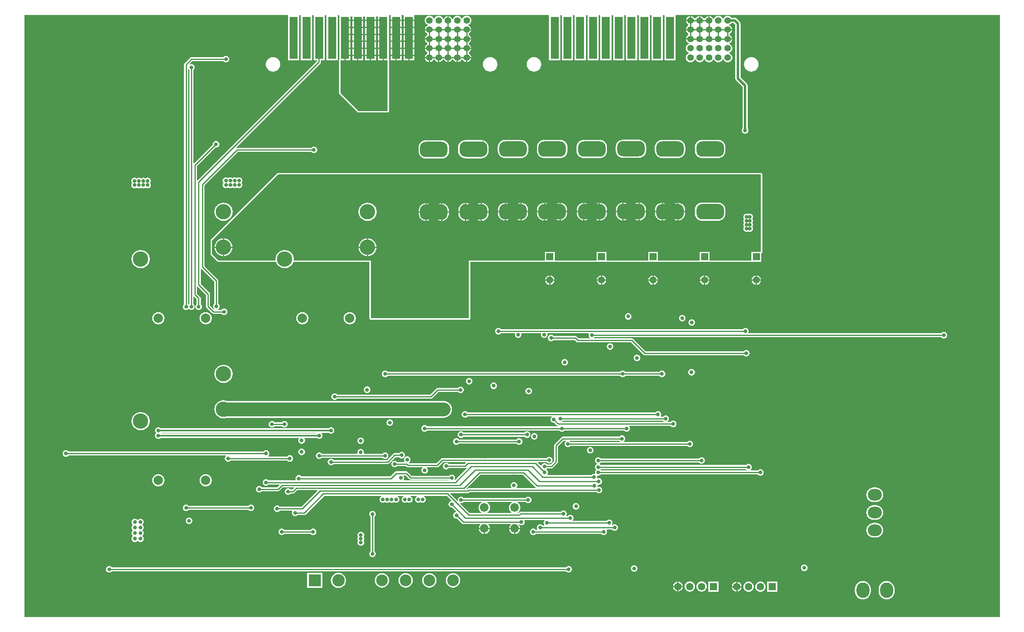
<source format=gbl>
G04*
G04 #@! TF.GenerationSoftware,Altium Limited,Altium Designer,21.2.2 (38)*
G04*
G04 Layer_Physical_Order=4*
G04 Layer_Color=16711680*
%FSLAX25Y25*%
%MOIN*%
G70*
G04*
G04 #@! TF.SameCoordinates,F28A5215-CE45-4803-9B4C-17DA2ED16A0E*
G04*
G04*
G04 #@! TF.FilePolarity,Positive*
G04*
G01*
G75*
%ADD11C,0.00984*%
%ADD93C,0.01378*%
%ADD95C,0.01968*%
%ADD96C,0.11811*%
%ADD97C,0.05906*%
%ADD98R,0.05906X0.05906*%
%ADD99O,0.11024X0.12992*%
%ADD100O,0.11811X0.09843*%
%ADD101C,0.07874*%
%ADD102C,0.12992*%
%ADD103C,0.06299*%
%ADD104R,0.06299X0.06299*%
%ADD105C,0.07284*%
%ADD106C,0.09843*%
%ADD107C,0.10433*%
%ADD108R,0.10433X0.10433*%
%ADD109O,0.10000X0.13000*%
%ADD110R,0.07087X0.06299*%
%ADD111C,0.05512*%
%ADD112C,0.03150*%
%ADD113C,0.03543*%
%ADD114C,0.02756*%
G36*
X300083Y506307D02*
X304626D01*
Y505307D01*
X300083D01*
Y501657D01*
Y500402D01*
X304626D01*
Y499402D01*
X300083D01*
Y495752D01*
Y494496D01*
X304626D01*
Y493496D01*
X300083D01*
Y489847D01*
Y488590D01*
X304626D01*
Y487591D01*
X300083D01*
Y483941D01*
Y482685D01*
X304626D01*
Y481685D01*
X300083D01*
Y478035D01*
Y476780D01*
X304626D01*
Y476279D01*
X305126D01*
Y472130D01*
X308268D01*
Y429134D01*
X283661D01*
X283661Y429134D01*
X268504Y444291D01*
Y472130D01*
X271646D01*
Y476279D01*
X272146D01*
Y476780D01*
X276689D01*
Y478035D01*
Y481685D01*
X272146D01*
Y482685D01*
X276689D01*
Y483941D01*
Y487591D01*
X272146D01*
Y488590D01*
X276689D01*
Y489847D01*
Y493496D01*
X272146D01*
Y494496D01*
X276689D01*
Y495752D01*
Y499402D01*
X272146D01*
Y500402D01*
X276689D01*
Y501657D01*
Y505307D01*
X272146D01*
Y506307D01*
X276689D01*
Y509055D01*
X278429D01*
Y506307D01*
X287516D01*
Y509055D01*
X289256D01*
Y506307D01*
X298342D01*
Y509055D01*
X300083D01*
Y506307D01*
D02*
G37*
G36*
X825367Y1405D02*
X1405D01*
Y510406D01*
X223725D01*
X224114Y510138D01*
X224114Y509906D01*
Y501476D01*
Y495571D01*
Y489665D01*
Y483760D01*
Y477854D01*
Y471949D01*
X233563D01*
Y477854D01*
Y483760D01*
Y489665D01*
Y495571D01*
Y501476D01*
Y509906D01*
X233563Y510138D01*
X233952Y510406D01*
X234552D01*
X234941Y510138D01*
X234941Y509906D01*
Y501476D01*
Y495571D01*
Y489665D01*
Y483760D01*
Y477854D01*
Y471949D01*
X244390D01*
Y477854D01*
Y483760D01*
Y489665D01*
Y495571D01*
Y501476D01*
Y509906D01*
X244390Y510138D01*
X244779Y510406D01*
X245379D01*
X245768Y510138D01*
X245768Y509906D01*
Y501476D01*
Y495571D01*
Y489665D01*
Y483760D01*
Y477854D01*
Y471949D01*
X248491D01*
Y471376D01*
X147678Y370564D01*
X147178Y370771D01*
Y382561D01*
X162963Y398346D01*
X163287Y398303D01*
X164007Y398398D01*
X164677Y398675D01*
X165253Y399117D01*
X165695Y399693D01*
X165972Y400363D01*
X166067Y401083D01*
X165972Y401802D01*
X165695Y402472D01*
X165253Y403048D01*
X164677Y403490D01*
X164007Y403768D01*
X163287Y403862D01*
X162568Y403768D01*
X161898Y403490D01*
X161322Y403048D01*
X160880Y402472D01*
X160602Y401802D01*
X160508Y401083D01*
X160550Y400758D01*
X144726Y384934D01*
X144226Y385141D01*
Y463977D01*
X144485Y464176D01*
X144927Y464752D01*
X145205Y465422D01*
X145299Y466142D01*
X145205Y466861D01*
X144927Y467532D01*
X144485Y468107D01*
X143910Y468549D01*
X143239Y468827D01*
X142520Y468921D01*
X141800Y468827D01*
X141130Y468549D01*
X140854Y468953D01*
X143226Y471325D01*
X169489D01*
X169688Y471066D01*
X170264Y470624D01*
X170934Y470346D01*
X171653Y470252D01*
X172373Y470346D01*
X173043Y470624D01*
X173619Y471066D01*
X174061Y471642D01*
X174338Y472312D01*
X174433Y473032D01*
X174338Y473751D01*
X174061Y474421D01*
X173619Y474997D01*
X173043Y475439D01*
X172373Y475716D01*
X171653Y475811D01*
X170934Y475716D01*
X170264Y475439D01*
X169688Y474997D01*
X169489Y474738D01*
X142520D01*
X141867Y474608D01*
X141313Y474238D01*
X136786Y469710D01*
X136416Y469157D01*
X136286Y468504D01*
Y265944D01*
X136027Y265745D01*
X135585Y265169D01*
X135307Y264499D01*
X135212Y263779D01*
X135307Y263060D01*
X135585Y262390D01*
X136027Y261814D01*
X136602Y261372D01*
X137273Y261095D01*
X137992Y261000D01*
X138712Y261095D01*
X139382Y261372D01*
X139936Y261798D01*
X140073Y261877D01*
X140439D01*
X140575Y261798D01*
X141130Y261372D01*
X141800Y261095D01*
X142520Y261000D01*
X143239Y261095D01*
X143910Y261372D01*
X144485Y261814D01*
X144927Y262390D01*
X145205Y263060D01*
X145299Y263779D01*
X145205Y264499D01*
X144927Y265169D01*
X144485Y265745D01*
X144226Y265944D01*
Y272143D01*
X144726Y272350D01*
X146916Y270160D01*
Y265944D01*
X146657Y265745D01*
X146215Y265169D01*
X145937Y264499D01*
X145842Y263779D01*
X145937Y263060D01*
X146215Y262390D01*
X146657Y261814D01*
X147232Y261372D01*
X147903Y261095D01*
X148622Y261000D01*
X149341Y261095D01*
X150012Y261372D01*
X150588Y261814D01*
X151029Y262390D01*
X151307Y263060D01*
X151402Y263779D01*
X151307Y264499D01*
X151029Y265169D01*
X150588Y265745D01*
X150328Y265944D01*
Y270866D01*
X150198Y271519D01*
X149828Y272073D01*
X147178Y274722D01*
Y280607D01*
X147678Y280814D01*
X154790Y273703D01*
Y263976D01*
X154920Y263323D01*
X155290Y262770D01*
X159817Y258243D01*
X160371Y257873D01*
X161024Y257743D01*
X167914D01*
X168113Y257483D01*
X168689Y257042D01*
X169359Y256764D01*
X170079Y256669D01*
X170798Y256764D01*
X171469Y257042D01*
X172044Y257483D01*
X172486Y258059D01*
X172764Y258729D01*
X172858Y259449D01*
X172764Y260168D01*
X172486Y260839D01*
X172044Y261414D01*
X171469Y261856D01*
X170798Y262134D01*
X170079Y262228D01*
X169359Y262134D01*
X168689Y261856D01*
X168113Y261414D01*
X167914Y261155D01*
X165211D01*
X165211Y261156D01*
X165084Y261655D01*
X165548Y262011D01*
X165990Y262586D01*
X166268Y263257D01*
X166362Y263976D01*
X166268Y264696D01*
X165990Y265366D01*
X165548Y265942D01*
X165289Y266141D01*
Y285630D01*
X165159Y286283D01*
X164789Y286836D01*
X153478Y298148D01*
Y366419D01*
X181711Y394652D01*
X243800D01*
X243999Y394393D01*
X244575Y393951D01*
X245245Y393673D01*
X245965Y393579D01*
X246684Y393673D01*
X247354Y393951D01*
X247930Y394393D01*
X248372Y394968D01*
X248650Y395639D01*
X248744Y396358D01*
X248650Y397078D01*
X248372Y397748D01*
X247930Y398324D01*
X247354Y398765D01*
X246684Y399043D01*
X245965Y399138D01*
X245245Y399043D01*
X244575Y398765D01*
X243999Y398324D01*
X243800Y398064D01*
X181004D01*
X180639Y397992D01*
X180393Y398452D01*
X251403Y469463D01*
X251773Y470016D01*
X251903Y470669D01*
Y471949D01*
X255217D01*
Y477854D01*
Y483760D01*
Y489665D01*
Y495571D01*
Y501476D01*
Y509906D01*
X255217Y510138D01*
X255605Y510406D01*
X256206D01*
X256594Y510138D01*
X256594Y509906D01*
Y501476D01*
Y495571D01*
Y489665D01*
Y483760D01*
Y477854D01*
Y471949D01*
X266043D01*
Y477854D01*
Y483760D01*
Y489665D01*
Y495571D01*
Y501476D01*
Y509906D01*
X266043Y510138D01*
X266432Y510406D01*
X267032D01*
X267421Y510138D01*
X267421Y509906D01*
Y501476D01*
Y495571D01*
Y489665D01*
Y483760D01*
Y477854D01*
Y472636D01*
X267391Y472591D01*
X267300Y472130D01*
Y444291D01*
X267300Y444291D01*
X267391Y443830D01*
X267652Y443440D01*
X267652Y443440D01*
X282810Y428282D01*
X283201Y428021D01*
X283661Y427930D01*
X283662Y427930D01*
X308268D01*
X308729Y428021D01*
X309119Y428282D01*
X309380Y428673D01*
X309472Y429134D01*
Y472130D01*
X309380Y472591D01*
X309350Y472636D01*
Y477854D01*
Y483760D01*
Y489665D01*
Y495571D01*
Y501476D01*
Y509906D01*
X309350Y510138D01*
X309739Y510406D01*
X310787D01*
X310910Y509957D01*
X310910Y509906D01*
Y506307D01*
X319996D01*
Y509906D01*
X319996Y509957D01*
X320118Y510406D01*
X321614D01*
X321736Y509957D01*
X321736Y509906D01*
Y506307D01*
X330823D01*
Y509906D01*
X330823Y509957D01*
X330945Y510406D01*
X444198D01*
X444587Y510138D01*
X444587Y509906D01*
Y501476D01*
Y495571D01*
Y489665D01*
Y483760D01*
Y477854D01*
Y471949D01*
X454035D01*
Y477854D01*
Y483760D01*
Y489665D01*
Y495571D01*
Y501476D01*
Y509906D01*
X454035Y510138D01*
X454424Y510406D01*
X455024D01*
X455413Y510138D01*
X455413Y509906D01*
Y501476D01*
Y495571D01*
Y489665D01*
Y483760D01*
Y477854D01*
Y471949D01*
X464862D01*
Y477854D01*
Y483760D01*
Y489665D01*
Y495571D01*
Y501476D01*
Y509906D01*
X464862Y510138D01*
X465251Y510406D01*
X465851D01*
X466240Y510138D01*
X466240Y509906D01*
Y501476D01*
Y495571D01*
Y489665D01*
Y483760D01*
Y477854D01*
Y471949D01*
X475689D01*
Y477854D01*
Y483760D01*
Y489665D01*
Y495571D01*
Y501476D01*
Y509906D01*
X475689Y510138D01*
X476078Y510406D01*
X476678D01*
X477067Y510138D01*
X477067Y509906D01*
Y501476D01*
Y495571D01*
Y489665D01*
Y483760D01*
Y477854D01*
Y471949D01*
X486516D01*
Y477854D01*
Y483760D01*
Y489665D01*
Y495571D01*
Y501476D01*
Y509906D01*
X486516Y510138D01*
X486905Y510406D01*
X487505D01*
X487894Y510138D01*
X487894Y509906D01*
Y501476D01*
Y495571D01*
Y489665D01*
Y483760D01*
Y477854D01*
Y471949D01*
X497342D01*
Y477854D01*
Y483760D01*
Y489665D01*
Y495571D01*
Y501476D01*
Y509906D01*
X497342Y510138D01*
X497731Y510406D01*
X498332D01*
X498721Y510138D01*
X498721Y509906D01*
Y501476D01*
Y495571D01*
Y489665D01*
Y483760D01*
Y477854D01*
Y471949D01*
X508169D01*
Y477854D01*
Y483760D01*
Y489665D01*
Y495571D01*
Y501476D01*
Y509906D01*
X508169Y510138D01*
X508558Y510406D01*
X509158D01*
X509547Y510138D01*
X509547Y509906D01*
Y501476D01*
Y495571D01*
Y489665D01*
Y483760D01*
Y477854D01*
Y471949D01*
X518996D01*
Y477854D01*
Y483760D01*
Y489665D01*
Y495571D01*
Y501476D01*
Y509906D01*
X518996Y510138D01*
X519385Y510406D01*
X519985D01*
X520374Y510138D01*
X520374Y509906D01*
Y501476D01*
Y495571D01*
Y489665D01*
Y483760D01*
Y477854D01*
Y471949D01*
X529823D01*
Y477854D01*
Y483760D01*
Y489665D01*
Y495571D01*
Y501476D01*
Y509906D01*
X529823Y510138D01*
X530212Y510406D01*
X530812D01*
X531201Y510138D01*
X531201Y509906D01*
Y501476D01*
Y495571D01*
Y489665D01*
Y483760D01*
Y477854D01*
Y471949D01*
X540650D01*
Y477854D01*
Y483760D01*
Y489665D01*
Y495571D01*
Y501476D01*
Y509906D01*
X540650Y510138D01*
X541039Y510406D01*
X541639D01*
X542028Y510138D01*
X542028Y509906D01*
Y501476D01*
Y495571D01*
Y489665D01*
Y483760D01*
Y477854D01*
Y471949D01*
X551476D01*
Y477854D01*
Y483760D01*
Y489665D01*
Y495571D01*
Y501476D01*
Y509906D01*
X551476Y510138D01*
X551865Y510406D01*
X825367D01*
Y1405D01*
D02*
G37*
G36*
X140554Y464176D02*
X140814Y463977D01*
X140814Y265944D01*
X140554Y265745D01*
X140038Y265722D01*
X139698Y265985D01*
Y464513D01*
X139699Y464513D01*
X140198Y464640D01*
X140554Y464176D01*
D02*
G37*
G36*
X161877Y284923D02*
Y266141D01*
X161617Y265942D01*
X161175Y265366D01*
X160898Y264696D01*
X160803Y263976D01*
X160898Y263257D01*
X161175Y262586D01*
X161617Y262011D01*
X161686Y261958D01*
X161579Y261410D01*
X161497Y261388D01*
X158202Y264683D01*
Y274410D01*
X158072Y275062D01*
X157702Y275616D01*
X150328Y282990D01*
Y295765D01*
X150828Y295972D01*
X161877Y284923D01*
D02*
G37*
%LPC*%
G36*
X298342Y505307D02*
X289256D01*
Y501657D01*
Y500402D01*
X298342D01*
Y501657D01*
Y505307D01*
D02*
G37*
G36*
X287516D02*
X278429D01*
Y501657D01*
Y500402D01*
X287516D01*
Y501657D01*
Y505307D01*
D02*
G37*
G36*
X298342Y499402D02*
X289256D01*
Y495752D01*
Y494496D01*
X298342D01*
Y495752D01*
Y499402D01*
D02*
G37*
G36*
X287516D02*
X278429D01*
Y495752D01*
Y494496D01*
X287516D01*
Y495752D01*
Y499402D01*
D02*
G37*
G36*
X298342Y493496D02*
X289256D01*
Y489847D01*
Y488590D01*
X298342D01*
Y489847D01*
Y493496D01*
D02*
G37*
G36*
X287516D02*
X278429D01*
Y489847D01*
Y488590D01*
X287516D01*
Y489847D01*
Y493496D01*
D02*
G37*
G36*
X298342Y487591D02*
X289256D01*
Y483941D01*
Y482685D01*
X298342D01*
Y483941D01*
Y487591D01*
D02*
G37*
G36*
X287516D02*
X278429D01*
Y483941D01*
Y482685D01*
X287516D01*
Y483941D01*
Y487591D01*
D02*
G37*
G36*
X298342Y481685D02*
X289256D01*
Y478035D01*
Y476780D01*
X298342D01*
Y478035D01*
Y481685D01*
D02*
G37*
G36*
X287516D02*
X278429D01*
Y478035D01*
Y476780D01*
X287516D01*
Y478035D01*
Y481685D01*
D02*
G37*
G36*
X304126Y475779D02*
X300083D01*
Y472130D01*
X304126D01*
Y475779D01*
D02*
G37*
G36*
X298342D02*
X294299D01*
Y472130D01*
X298342D01*
Y475779D01*
D02*
G37*
G36*
X293299D02*
X289256D01*
Y472130D01*
X293299D01*
Y475779D01*
D02*
G37*
G36*
X287516D02*
X283472D01*
Y472130D01*
X287516D01*
Y475779D01*
D02*
G37*
G36*
X282472D02*
X278429D01*
Y472130D01*
X282472D01*
Y475779D01*
D02*
G37*
G36*
X276689D02*
X272646D01*
Y472130D01*
X276689D01*
Y475779D01*
D02*
G37*
G36*
X595472Y509778D02*
X594445Y509643D01*
X593487Y509246D01*
X592665Y508615D01*
X592033Y507793D01*
X591806Y507243D01*
X591265D01*
X591037Y507793D01*
X590406Y508615D01*
X589584Y509246D01*
X588626Y509643D01*
X587598Y509778D01*
X586571Y509643D01*
X585613Y509246D01*
X584791Y508615D01*
X584160Y507793D01*
X583834Y507007D01*
X583301Y506987D01*
X583005Y507701D01*
X582403Y508486D01*
X581619Y509088D01*
X580705Y509466D01*
X580224Y509530D01*
Y505807D01*
X579224D01*
Y509530D01*
X578744Y509466D01*
X577830Y509088D01*
X577046Y508486D01*
X576444Y507701D01*
X576366Y507513D01*
X575209D01*
X575131Y507701D01*
X574529Y508486D01*
X573745Y509088D01*
X572831Y509466D01*
X572350Y509530D01*
Y505807D01*
X571350D01*
Y509530D01*
X570870Y509466D01*
X569956Y509088D01*
X569172Y508486D01*
X568570Y507701D01*
X568492Y507513D01*
X567335D01*
X567257Y507701D01*
X566655Y508486D01*
X565871Y509088D01*
X564957Y509466D01*
X564476Y509530D01*
Y505807D01*
X563976D01*
Y505307D01*
X560254D01*
X560317Y504827D01*
X560696Y503913D01*
X561298Y503128D01*
X562082Y502526D01*
X562270Y502448D01*
Y501292D01*
X562082Y501214D01*
X561298Y500612D01*
X560696Y499827D01*
X560317Y498914D01*
X560254Y498433D01*
X563976D01*
Y497433D01*
X560254D01*
X560317Y496953D01*
X560696Y496039D01*
X561298Y495254D01*
X562082Y494652D01*
X562270Y494574D01*
Y493418D01*
X562082Y493340D01*
X561298Y492738D01*
X560696Y491953D01*
X560317Y491040D01*
X560254Y490559D01*
X563976D01*
Y489559D01*
X560254D01*
X560317Y489079D01*
X560696Y488165D01*
X561298Y487380D01*
X562082Y486778D01*
X562796Y486483D01*
X562777Y485950D01*
X561991Y485624D01*
X561168Y484993D01*
X560537Y484170D01*
X560141Y483213D01*
X560005Y482185D01*
X560141Y481157D01*
X560537Y480200D01*
X561168Y479377D01*
X561991Y478746D01*
X562540Y478519D01*
Y477977D01*
X561991Y477750D01*
X561168Y477119D01*
X560537Y476297D01*
X560141Y475339D01*
X560005Y474311D01*
X560141Y473283D01*
X560537Y472326D01*
X561168Y471503D01*
X561991Y470872D01*
X562949Y470475D01*
X563976Y470340D01*
X565004Y470475D01*
X565962Y470872D01*
X566784Y471503D01*
X567415Y472326D01*
X567643Y472875D01*
X568184D01*
X568411Y472326D01*
X569042Y471503D01*
X569865Y470872D01*
X570823Y470475D01*
X571850Y470340D01*
X572878Y470475D01*
X573836Y470872D01*
X574658Y471503D01*
X575289Y472326D01*
X575517Y472875D01*
X576058D01*
X576286Y472326D01*
X576917Y471503D01*
X577739Y470872D01*
X578697Y470475D01*
X579724Y470340D01*
X580752Y470475D01*
X581710Y470872D01*
X582532Y471503D01*
X583163Y472326D01*
X583391Y472875D01*
X583932D01*
X584160Y472326D01*
X584791Y471503D01*
X585613Y470872D01*
X586571Y470475D01*
X587598Y470340D01*
X588626Y470475D01*
X589584Y470872D01*
X590406Y471503D01*
X591037Y472326D01*
X591265Y472875D01*
X591806D01*
X592033Y472326D01*
X592665Y471503D01*
X593487Y470872D01*
X594445Y470475D01*
X595472Y470340D01*
X596500Y470475D01*
X597458Y470872D01*
X598280Y471503D01*
X598911Y472326D01*
X599308Y473283D01*
X599443Y474311D01*
X599308Y475339D01*
X598911Y476297D01*
X598280Y477119D01*
X597458Y477750D01*
X596909Y477977D01*
Y478519D01*
X597458Y478746D01*
X598280Y479377D01*
X598911Y480200D01*
X599308Y481157D01*
X599443Y482185D01*
X599308Y483213D01*
X598911Y484170D01*
X598280Y484993D01*
X597458Y485624D01*
X596672Y485950D01*
X596653Y486483D01*
X597367Y486778D01*
X598151Y487380D01*
X598753Y488165D01*
X599132Y489079D01*
X599195Y489559D01*
X595472D01*
Y490559D01*
X599195D01*
X599132Y491040D01*
X598753Y491953D01*
X598151Y492738D01*
X597367Y493340D01*
X597179Y493418D01*
Y494574D01*
X597367Y494652D01*
X598151Y495254D01*
X598753Y496039D01*
X599132Y496953D01*
X599195Y497433D01*
X595472D01*
Y498433D01*
X599195D01*
X599132Y498914D01*
X598753Y499827D01*
X598151Y500612D01*
X597367Y501214D01*
X596653Y501510D01*
X596672Y502043D01*
X597458Y502368D01*
X598280Y502999D01*
X598741Y503599D01*
X600562D01*
X601926Y502235D01*
Y456693D01*
X602094Y455848D01*
X602573Y455132D01*
X608028Y449676D01*
Y414445D01*
X607829Y414185D01*
X607551Y413515D01*
X607456Y412795D01*
X607551Y412076D01*
X607829Y411405D01*
X608271Y410830D01*
X608846Y410388D01*
X609517Y410110D01*
X610236Y410016D01*
X610956Y410110D01*
X611626Y410388D01*
X612202Y410830D01*
X612643Y411405D01*
X612921Y412076D01*
X613016Y412795D01*
X612921Y413515D01*
X612643Y414185D01*
X612444Y414445D01*
Y450591D01*
X612276Y451435D01*
X611797Y452152D01*
X606342Y457607D01*
Y503150D01*
X606174Y503995D01*
X605695Y504711D01*
X603038Y507368D01*
X602321Y507847D01*
X601476Y508015D01*
X598741D01*
X598280Y508615D01*
X597458Y509246D01*
X596500Y509643D01*
X595472Y509778D01*
D02*
G37*
G36*
X375000D02*
X373972Y509643D01*
X373014Y509246D01*
X372192Y508615D01*
X371561Y507793D01*
X371334Y507243D01*
X370792D01*
X370565Y507793D01*
X369934Y508615D01*
X369111Y509246D01*
X368154Y509643D01*
X367126Y509778D01*
X366098Y509643D01*
X365141Y509246D01*
X364318Y508615D01*
X363687Y507793D01*
X363362Y507007D01*
X362828Y506987D01*
X362533Y507701D01*
X361931Y508486D01*
X361146Y509088D01*
X360232Y509466D01*
X359752Y509530D01*
Y505807D01*
X358752D01*
Y509530D01*
X358272Y509466D01*
X357358Y509088D01*
X356573Y508486D01*
X355971Y507701D01*
X355676Y506987D01*
X355142Y507007D01*
X354817Y507793D01*
X354186Y508615D01*
X353363Y509246D01*
X352406Y509643D01*
X351378Y509778D01*
X350350Y509643D01*
X349393Y509246D01*
X348570Y508615D01*
X347939Y507793D01*
X347711Y507243D01*
X347170D01*
X346943Y507793D01*
X346312Y508615D01*
X345489Y509246D01*
X344532Y509643D01*
X343504Y509778D01*
X342476Y509643D01*
X341518Y509246D01*
X340696Y508615D01*
X340065Y507793D01*
X339668Y506835D01*
X339533Y505807D01*
X339668Y504779D01*
X340065Y503822D01*
X340696Y502999D01*
X341518Y502368D01*
X342304Y502043D01*
X342323Y501510D01*
X341610Y501214D01*
X340825Y500612D01*
X340223Y499827D01*
X339845Y498914D01*
X339781Y498433D01*
X343504D01*
Y497433D01*
X339781D01*
X339845Y496953D01*
X340223Y496039D01*
X340825Y495254D01*
X341610Y494652D01*
X341798Y494574D01*
Y493418D01*
X341610Y493340D01*
X340825Y492738D01*
X340223Y491953D01*
X339845Y491040D01*
X339781Y490559D01*
X343504D01*
Y489559D01*
X339781D01*
X339845Y489079D01*
X340223Y488165D01*
X340825Y487380D01*
X341610Y486778D01*
X341798Y486700D01*
Y485544D01*
X341610Y485466D01*
X340825Y484864D01*
X340223Y484079D01*
X339845Y483166D01*
X339781Y482685D01*
X343504D01*
Y481685D01*
X339781D01*
X339845Y481205D01*
X340223Y480291D01*
X340825Y479506D01*
X341610Y478904D01*
X341798Y478826D01*
Y477670D01*
X341610Y477592D01*
X340825Y476990D01*
X340223Y476205D01*
X339845Y475291D01*
X339781Y474811D01*
X343504D01*
Y474311D01*
X344004D01*
Y470589D01*
X344484Y470652D01*
X345398Y471030D01*
X346183Y471632D01*
X346785Y472417D01*
X346863Y472605D01*
X348019D01*
X348097Y472417D01*
X348699Y471632D01*
X349484Y471030D01*
X350397Y470652D01*
X350878Y470589D01*
Y474311D01*
X351878D01*
Y470589D01*
X352358Y470652D01*
X353272Y471030D01*
X354057Y471632D01*
X354659Y472417D01*
X354737Y472605D01*
X355893D01*
X355971Y472417D01*
X356573Y471632D01*
X357358Y471030D01*
X358272Y470652D01*
X358752Y470589D01*
Y474311D01*
X359752D01*
Y470589D01*
X360232Y470652D01*
X361146Y471030D01*
X361931Y471632D01*
X362533Y472417D01*
X362611Y472605D01*
X363767D01*
X363845Y472417D01*
X364447Y471632D01*
X365232Y471030D01*
X366145Y470652D01*
X366626Y470589D01*
Y474311D01*
X367626D01*
Y470589D01*
X368107Y470652D01*
X369020Y471030D01*
X369805Y471632D01*
X370407Y472417D01*
X370485Y472605D01*
X371641D01*
X371719Y472417D01*
X372321Y471632D01*
X373106Y471030D01*
X374020Y470652D01*
X374500Y470589D01*
Y474311D01*
X375000D01*
Y474811D01*
X378723D01*
X378659Y475291D01*
X378281Y476205D01*
X377679Y476990D01*
X376894Y477592D01*
X376706Y477670D01*
Y478826D01*
X376894Y478904D01*
X377679Y479506D01*
X378281Y480291D01*
X378659Y481205D01*
X378723Y481685D01*
X375000D01*
Y482685D01*
X378723D01*
X378659Y483166D01*
X378281Y484079D01*
X377679Y484864D01*
X376894Y485466D01*
X376706Y485544D01*
Y486700D01*
X376894Y486778D01*
X377679Y487380D01*
X378281Y488165D01*
X378659Y489079D01*
X378723Y489559D01*
X375000D01*
Y490559D01*
X378723D01*
X378659Y491040D01*
X378281Y491953D01*
X377679Y492738D01*
X376894Y493340D01*
X376706Y493418D01*
Y494574D01*
X376894Y494652D01*
X377679Y495254D01*
X378281Y496039D01*
X378659Y496953D01*
X378723Y497433D01*
X375000D01*
Y498433D01*
X378723D01*
X378659Y498914D01*
X378281Y499827D01*
X377679Y500612D01*
X376894Y501214D01*
X376181Y501510D01*
X376200Y502043D01*
X376986Y502368D01*
X377808Y502999D01*
X378439Y503822D01*
X378836Y504779D01*
X378971Y505807D01*
X378836Y506835D01*
X378439Y507793D01*
X377808Y508615D01*
X376986Y509246D01*
X376028Y509643D01*
X375000Y509778D01*
D02*
G37*
G36*
X563476Y509530D02*
X562996Y509466D01*
X562082Y509088D01*
X561298Y508486D01*
X560696Y507701D01*
X560317Y506788D01*
X560254Y506307D01*
X563476D01*
Y509530D01*
D02*
G37*
G36*
X330823Y505307D02*
X321736D01*
Y501657D01*
Y500402D01*
X330823D01*
Y501657D01*
Y505307D01*
D02*
G37*
G36*
X319996D02*
X310910D01*
Y501657D01*
Y500402D01*
X319996D01*
Y501657D01*
Y505307D01*
D02*
G37*
G36*
X330823Y499402D02*
X321736D01*
Y495752D01*
Y494496D01*
X330823D01*
Y495752D01*
Y499402D01*
D02*
G37*
G36*
X319996D02*
X310910D01*
Y495752D01*
Y494496D01*
X319996D01*
Y495752D01*
Y499402D01*
D02*
G37*
G36*
X330823Y493496D02*
X321736D01*
Y489847D01*
Y488590D01*
X330823D01*
Y489847D01*
Y493496D01*
D02*
G37*
G36*
X319996D02*
X310910D01*
Y489847D01*
Y488590D01*
X319996D01*
Y489847D01*
Y493496D01*
D02*
G37*
G36*
X330823Y487591D02*
X321736D01*
Y483941D01*
Y482685D01*
X330823D01*
Y483941D01*
Y487591D01*
D02*
G37*
G36*
X319996D02*
X310910D01*
Y483941D01*
Y482685D01*
X319996D01*
Y483941D01*
Y487591D01*
D02*
G37*
G36*
X330823Y481685D02*
X321736D01*
Y478035D01*
Y476780D01*
X330823D01*
Y478035D01*
Y481685D01*
D02*
G37*
G36*
X319996D02*
X310910D01*
Y478035D01*
Y476780D01*
X319996D01*
Y478035D01*
Y481685D01*
D02*
G37*
G36*
X330823Y475779D02*
X326780D01*
Y472130D01*
X330823D01*
Y475779D01*
D02*
G37*
G36*
X325780D02*
X321736D01*
Y472130D01*
X325780D01*
Y475779D01*
D02*
G37*
G36*
X319996D02*
X315953D01*
Y472130D01*
X319996D01*
Y475779D01*
D02*
G37*
G36*
X314953D02*
X310910D01*
Y472130D01*
X314953D01*
Y475779D01*
D02*
G37*
G36*
X378723Y473811D02*
X375500D01*
Y470589D01*
X375980Y470652D01*
X376894Y471030D01*
X377679Y471632D01*
X378281Y472417D01*
X378659Y473331D01*
X378723Y473811D01*
D02*
G37*
G36*
X343004D02*
X339781D01*
X339845Y473331D01*
X340223Y472417D01*
X340825Y471632D01*
X341610Y471030D01*
X342524Y470652D01*
X343004Y470589D01*
Y473811D01*
D02*
G37*
G36*
X615354Y474734D02*
X614158Y474616D01*
X613008Y474267D01*
X611948Y473701D01*
X611018Y472938D01*
X610256Y472009D01*
X609689Y470949D01*
X609340Y469799D01*
X609222Y468602D01*
X609340Y467406D01*
X609689Y466256D01*
X610256Y465196D01*
X611018Y464266D01*
X611948Y463504D01*
X613008Y462937D01*
X614158Y462588D01*
X615354Y462470D01*
X616551Y462588D01*
X617701Y462937D01*
X618761Y463504D01*
X619690Y464266D01*
X620453Y465196D01*
X621020Y466256D01*
X621368Y467406D01*
X621486Y468602D01*
X621368Y469799D01*
X621020Y470949D01*
X620453Y472009D01*
X619690Y472938D01*
X618761Y473701D01*
X617701Y474267D01*
X616551Y474616D01*
X615354Y474734D01*
D02*
G37*
G36*
X431890D02*
X430693Y474616D01*
X429543Y474267D01*
X428483Y473701D01*
X427554Y472938D01*
X426791Y472009D01*
X426225Y470949D01*
X425876Y469799D01*
X425758Y468602D01*
X425876Y467406D01*
X426225Y466256D01*
X426791Y465196D01*
X427554Y464266D01*
X428483Y463504D01*
X429543Y462937D01*
X430693Y462588D01*
X431890Y462470D01*
X433086Y462588D01*
X434236Y462937D01*
X435296Y463504D01*
X436226Y464266D01*
X436988Y465196D01*
X437555Y466256D01*
X437904Y467406D01*
X438022Y468602D01*
X437904Y469799D01*
X437555Y470949D01*
X436988Y472009D01*
X436226Y472938D01*
X435296Y473701D01*
X434236Y474267D01*
X433086Y474616D01*
X431890Y474734D01*
D02*
G37*
G36*
X394882D02*
X393686Y474616D01*
X392535Y474267D01*
X391475Y473701D01*
X390546Y472938D01*
X389783Y472009D01*
X389217Y470949D01*
X388868Y469799D01*
X388750Y468602D01*
X388868Y467406D01*
X389217Y466256D01*
X389783Y465196D01*
X390546Y464266D01*
X391475Y463504D01*
X392535Y462937D01*
X393686Y462588D01*
X394882Y462470D01*
X396078Y462588D01*
X397229Y462937D01*
X398289Y463504D01*
X399218Y464266D01*
X399980Y465196D01*
X400547Y466256D01*
X400896Y467406D01*
X401014Y468602D01*
X400896Y469799D01*
X400547Y470949D01*
X399980Y472009D01*
X399218Y472938D01*
X398289Y473701D01*
X397229Y474267D01*
X396078Y474616D01*
X394882Y474734D01*
D02*
G37*
G36*
X211417D02*
X210221Y474616D01*
X209071Y474267D01*
X208011Y473701D01*
X207081Y472938D01*
X206319Y472009D01*
X205752Y470949D01*
X205403Y469799D01*
X205285Y468602D01*
X205403Y467406D01*
X205752Y466256D01*
X206319Y465196D01*
X207081Y464266D01*
X208011Y463504D01*
X209071Y462937D01*
X210221Y462588D01*
X211417Y462470D01*
X212614Y462588D01*
X213764Y462937D01*
X214824Y463504D01*
X215753Y464266D01*
X216516Y465196D01*
X217083Y466256D01*
X217431Y467406D01*
X217549Y468602D01*
X217431Y469799D01*
X217083Y470949D01*
X216516Y472009D01*
X215753Y472938D01*
X214824Y473701D01*
X213764Y474267D01*
X212614Y474616D01*
X211417Y474734D01*
D02*
G37*
G36*
X520472Y404955D02*
X520404Y404948D01*
X507141D01*
X507072Y404955D01*
X505861Y404836D01*
X504696Y404482D01*
X503622Y403908D01*
X502681Y403136D01*
X501908Y402195D01*
X501334Y401121D01*
X500981Y399956D01*
X500861Y398744D01*
Y395744D01*
X500981Y394532D01*
X501334Y393367D01*
X501908Y392293D01*
X502681Y391352D01*
X503622Y390580D01*
X504696Y390006D01*
X505861Y389652D01*
X507072Y389533D01*
X507141Y389540D01*
X520404D01*
X520472Y389533D01*
X521684Y389652D01*
X522849Y390006D01*
X523923Y390580D01*
X524864Y391352D01*
X525637Y392293D01*
X526211Y393367D01*
X526564Y394532D01*
X526683Y395744D01*
Y398744D01*
X526564Y399956D01*
X526211Y401121D01*
X525637Y402195D01*
X524864Y403136D01*
X523923Y403908D01*
X522849Y404482D01*
X521684Y404836D01*
X520472Y404955D01*
D02*
G37*
G36*
X587402Y404806D02*
X587333Y404799D01*
X574070D01*
X574002Y404806D01*
X572790Y404686D01*
X571625Y404333D01*
X570551Y403759D01*
X569610Y402986D01*
X568837Y402045D01*
X568263Y400971D01*
X567910Y399806D01*
X567791Y398594D01*
Y395595D01*
X567910Y394383D01*
X568263Y393218D01*
X568837Y392144D01*
X569610Y391203D01*
X570551Y390430D01*
X571625Y389856D01*
X572790Y389503D01*
X574002Y389384D01*
X574070Y389390D01*
X587333D01*
X587402Y389384D01*
X588613Y389503D01*
X589778Y389856D01*
X590852Y390430D01*
X591793Y391203D01*
X592566Y392144D01*
X593140Y393218D01*
X593493Y394383D01*
X593613Y395595D01*
Y398594D01*
X593493Y399806D01*
X593140Y400971D01*
X592566Y402045D01*
X591793Y402986D01*
X590852Y403759D01*
X589778Y404333D01*
X588613Y404686D01*
X587402Y404806D01*
D02*
G37*
G36*
X553543Y404806D02*
X553475Y404799D01*
X540212D01*
X540143Y404806D01*
X538932Y404686D01*
X537767Y404333D01*
X536693Y403759D01*
X535751Y402986D01*
X534979Y402045D01*
X534405Y400971D01*
X534052Y399806D01*
X533932Y398594D01*
Y395595D01*
X534052Y394383D01*
X534405Y393218D01*
X534979Y392144D01*
X535751Y391203D01*
X536693Y390430D01*
X537767Y389856D01*
X538932Y389503D01*
X540143Y389384D01*
X540212Y389390D01*
X553475D01*
X553543Y389384D01*
X554755Y389503D01*
X555920Y389856D01*
X556994Y390430D01*
X557935Y391203D01*
X558708Y392144D01*
X559281Y393218D01*
X559635Y394383D01*
X559754Y395595D01*
Y398594D01*
X559635Y399806D01*
X559281Y400971D01*
X558708Y402045D01*
X557935Y402986D01*
X556994Y403759D01*
X555920Y404333D01*
X554755Y404686D01*
X553543Y404806D01*
D02*
G37*
G36*
X487416D02*
X487347Y404799D01*
X474085D01*
X474016Y404806D01*
X472804Y404686D01*
X471639Y404333D01*
X470565Y403759D01*
X469624Y402986D01*
X468852Y402045D01*
X468278Y400971D01*
X467924Y399806D01*
X467805Y398594D01*
Y395595D01*
X467924Y394383D01*
X468278Y393218D01*
X468852Y392144D01*
X469624Y391203D01*
X470565Y390430D01*
X471639Y389856D01*
X472804Y389503D01*
X474016Y389384D01*
X474085Y389390D01*
X487347D01*
X487416Y389384D01*
X488627Y389503D01*
X489793Y389856D01*
X490866Y390430D01*
X491808Y391203D01*
X492580Y392144D01*
X493154Y393218D01*
X493507Y394383D01*
X493627Y395595D01*
Y398594D01*
X493507Y399806D01*
X493154Y400971D01*
X492580Y402045D01*
X491808Y402986D01*
X490866Y403759D01*
X489793Y404333D01*
X488627Y404686D01*
X487416Y404806D01*
D02*
G37*
G36*
X453937D02*
X453868Y404799D01*
X440606D01*
X440537Y404806D01*
X439325Y404686D01*
X438160Y404333D01*
X437086Y403759D01*
X436145Y402986D01*
X435373Y402045D01*
X434799Y400971D01*
X434445Y399806D01*
X434326Y398594D01*
Y395595D01*
X434445Y394383D01*
X434799Y393218D01*
X435373Y392144D01*
X436145Y391203D01*
X437086Y390430D01*
X438160Y389856D01*
X439325Y389503D01*
X440537Y389384D01*
X440606Y389390D01*
X453868D01*
X453937Y389384D01*
X455149Y389503D01*
X456314Y389856D01*
X457388Y390430D01*
X458329Y391203D01*
X459101Y392144D01*
X459675Y393218D01*
X460029Y394383D01*
X460148Y395595D01*
Y398594D01*
X460029Y399806D01*
X459675Y400971D01*
X459101Y402045D01*
X458329Y402986D01*
X457388Y403759D01*
X456314Y404333D01*
X455149Y404686D01*
X453937Y404806D01*
D02*
G37*
G36*
X420880D02*
X420812Y404799D01*
X407549D01*
X407480Y404806D01*
X406269Y404686D01*
X405103Y404333D01*
X404030Y403759D01*
X403089Y402986D01*
X402316Y402045D01*
X401742Y400971D01*
X401389Y399806D01*
X401269Y398594D01*
Y395595D01*
X401389Y394383D01*
X401742Y393218D01*
X402316Y392144D01*
X403089Y391203D01*
X404030Y390430D01*
X405103Y389856D01*
X406269Y389503D01*
X407480Y389384D01*
X407549Y389390D01*
X420812D01*
X420880Y389384D01*
X422092Y389503D01*
X423257Y389856D01*
X424331Y390430D01*
X425272Y391203D01*
X426045Y392144D01*
X426618Y393218D01*
X426972Y394383D01*
X427091Y395595D01*
Y398594D01*
X426972Y399806D01*
X426618Y400971D01*
X426045Y402045D01*
X425272Y402986D01*
X424331Y403759D01*
X423257Y404333D01*
X422092Y404686D01*
X420880Y404806D01*
D02*
G37*
G36*
X387402Y404561D02*
X387333Y404555D01*
X374070D01*
X374002Y404561D01*
X372790Y404442D01*
X371625Y404089D01*
X370551Y403515D01*
X369610Y402742D01*
X368837Y401801D01*
X368263Y400727D01*
X367910Y399562D01*
X367791Y398350D01*
Y395350D01*
X367910Y394139D01*
X368263Y392973D01*
X368837Y391900D01*
X369610Y390958D01*
X370551Y390186D01*
X371625Y389612D01*
X372790Y389259D01*
X374002Y389139D01*
X374070Y389146D01*
X387333D01*
X387402Y389139D01*
X388613Y389259D01*
X389778Y389612D01*
X390852Y390186D01*
X391793Y390958D01*
X392566Y391900D01*
X393140Y392973D01*
X393493Y394139D01*
X393613Y395350D01*
Y398350D01*
X393493Y399562D01*
X393140Y400727D01*
X392566Y401801D01*
X391793Y402742D01*
X390852Y403515D01*
X389778Y404089D01*
X388613Y404442D01*
X387402Y404561D01*
D02*
G37*
G36*
X353951Y404412D02*
X353882Y404405D01*
X340620D01*
X340551Y404412D01*
X339339Y404292D01*
X338174Y403939D01*
X337101Y403365D01*
X336159Y402593D01*
X335387Y401651D01*
X334813Y400578D01*
X334459Y399412D01*
X334340Y398201D01*
Y395201D01*
X334459Y393989D01*
X334813Y392824D01*
X335387Y391750D01*
X336159Y390809D01*
X337101Y390037D01*
X338174Y389463D01*
X339339Y389109D01*
X340551Y388990D01*
X340620Y388997D01*
X353882D01*
X353951Y388990D01*
X355163Y389109D01*
X356328Y389463D01*
X357402Y390037D01*
X358343Y390809D01*
X359116Y391750D01*
X359689Y392824D01*
X360043Y393989D01*
X360162Y395201D01*
Y398201D01*
X360043Y399412D01*
X359689Y400578D01*
X359116Y401651D01*
X358343Y402593D01*
X357402Y403365D01*
X356328Y403939D01*
X355163Y404292D01*
X353951Y404412D01*
D02*
G37*
G36*
X623622Y376795D02*
X268504D01*
X215748Y376795D01*
X215748Y376795D01*
X215287Y376703D01*
X214896Y376442D01*
X158991Y320536D01*
X158730Y320146D01*
X158638Y319685D01*
X158638Y319685D01*
Y308268D01*
X158638Y308268D01*
X158730Y307807D01*
X158991Y307416D01*
X164503Y301904D01*
X164503Y301904D01*
X164893Y301643D01*
X165354Y301552D01*
X165354Y301552D01*
X213290D01*
X213319Y301557D01*
X213349Y301553D01*
X213548Y301603D01*
X213750Y301643D01*
X214054Y301245D01*
X214133Y300985D01*
X214846Y299651D01*
X215805Y298482D01*
X216974Y297523D01*
X218308Y296810D01*
X219755Y296371D01*
X221260Y296223D01*
X222765Y296371D01*
X224212Y296810D01*
X225546Y297523D01*
X226715Y298482D01*
X227674Y299651D01*
X228387Y300985D01*
X228466Y301245D01*
X228769Y301643D01*
X228971Y301603D01*
X229171Y301553D01*
X229201Y301557D01*
X229230Y301552D01*
X292890D01*
Y253937D01*
X292982Y253476D01*
X293243Y253085D01*
X293634Y252824D01*
X294094Y252733D01*
X376969D01*
X377429Y252824D01*
X377820Y253085D01*
X378081Y253476D01*
X378173Y253937D01*
X378173Y301552D01*
X441142Y301552D01*
X441603Y301643D01*
X441795Y301772D01*
X448757D01*
X448949Y301643D01*
X449409Y301552D01*
X484744D01*
X485205Y301643D01*
X485397Y301772D01*
X492359D01*
X492551Y301643D01*
X493012Y301552D01*
X528346D01*
X528807Y301643D01*
X528999Y301772D01*
X535961D01*
X536153Y301643D01*
X536614Y301552D01*
X539772D01*
X571949Y301552D01*
X572410Y301643D01*
X572602Y301772D01*
X579564D01*
X579756Y301643D01*
X580217Y301552D01*
X615551D01*
X616012Y301643D01*
X616204Y301772D01*
X623819D01*
Y308874D01*
X624083Y308927D01*
X624474Y309188D01*
X624735Y309578D01*
X624826Y310039D01*
X624826Y375590D01*
X624735Y376051D01*
X624474Y376442D01*
X624083Y376703D01*
X623622Y376795D01*
D02*
G37*
G36*
X182677Y373055D02*
X181958Y372961D01*
X181287Y372683D01*
X180840Y372340D01*
X180393Y372683D01*
X179722Y372961D01*
X179003Y373055D01*
X178283Y372961D01*
X177613Y372683D01*
X177165Y372340D01*
X176718Y372683D01*
X176048Y372961D01*
X175328Y373055D01*
X174609Y372961D01*
X173938Y372683D01*
X173491Y372340D01*
X173043Y372683D01*
X172373Y372961D01*
X171653Y373055D01*
X170934Y372961D01*
X170264Y372683D01*
X169688Y372241D01*
X169246Y371665D01*
X168969Y370995D01*
X168874Y370276D01*
X168969Y369556D01*
X169246Y368886D01*
X169539Y368504D01*
X169246Y368122D01*
X168969Y367452D01*
X168874Y366732D01*
X168969Y366013D01*
X169246Y365342D01*
X169688Y364767D01*
X170264Y364325D01*
X170934Y364047D01*
X171653Y363953D01*
X172373Y364047D01*
X173043Y364325D01*
X173491Y364668D01*
X173938Y364325D01*
X174609Y364047D01*
X175328Y363953D01*
X176048Y364047D01*
X176718Y364325D01*
X177165Y364668D01*
X177613Y364325D01*
X178283Y364047D01*
X179003Y363953D01*
X179722Y364047D01*
X180393Y364325D01*
X180840Y364668D01*
X181287Y364325D01*
X181958Y364047D01*
X182677Y363953D01*
X183397Y364047D01*
X184067Y364325D01*
X184643Y364767D01*
X185084Y365342D01*
X185362Y366013D01*
X185457Y366732D01*
X185362Y367452D01*
X185084Y368122D01*
X184792Y368504D01*
X185084Y368886D01*
X185362Y369556D01*
X185457Y370276D01*
X185362Y370995D01*
X185084Y371665D01*
X184643Y372241D01*
X184067Y372683D01*
X183397Y372961D01*
X182677Y373055D01*
D02*
G37*
G36*
X105512Y372858D02*
X104792Y372764D01*
X104122Y372486D01*
X103674Y372143D01*
X103227Y372486D01*
X102557Y372764D01*
X101837Y372858D01*
X101118Y372764D01*
X100447Y372486D01*
X100000Y372143D01*
X99553Y372486D01*
X98882Y372764D01*
X98163Y372858D01*
X97443Y372764D01*
X96773Y372486D01*
X96325Y372143D01*
X95878Y372486D01*
X95208Y372764D01*
X94488Y372858D01*
X93769Y372764D01*
X93098Y372486D01*
X92523Y372044D01*
X92081Y371469D01*
X91803Y370798D01*
X91708Y370079D01*
X91803Y369359D01*
X92081Y368689D01*
X92374Y368307D01*
X92081Y367925D01*
X91803Y367255D01*
X91708Y366535D01*
X91803Y365816D01*
X92081Y365146D01*
X92523Y364570D01*
X93098Y364128D01*
X93769Y363850D01*
X94488Y363756D01*
X95208Y363850D01*
X95878Y364128D01*
X96325Y364472D01*
X96773Y364128D01*
X97443Y363850D01*
X98163Y363756D01*
X98882Y363850D01*
X99553Y364128D01*
X100000Y364472D01*
X100447Y364128D01*
X101118Y363850D01*
X101837Y363756D01*
X102557Y363850D01*
X103227Y364128D01*
X103674Y364472D01*
X104122Y364128D01*
X104792Y363850D01*
X105512Y363756D01*
X106231Y363850D01*
X106902Y364128D01*
X107477Y364570D01*
X107919Y365146D01*
X108197Y365816D01*
X108291Y366535D01*
X108197Y367255D01*
X107919Y367925D01*
X107626Y368307D01*
X107919Y368689D01*
X108197Y369359D01*
X108291Y370079D01*
X108197Y370798D01*
X107919Y371469D01*
X107477Y372044D01*
X106902Y372486D01*
X106231Y372764D01*
X105512Y372858D01*
D02*
G37*
G36*
X169606Y351651D02*
X168101Y351503D01*
X166654Y351064D01*
X165321Y350351D01*
X164152Y349392D01*
X163192Y348223D01*
X162479Y346889D01*
X162040Y345442D01*
X161892Y343937D01*
X162040Y342432D01*
X162479Y340985D01*
X163192Y339651D01*
X164152Y338482D01*
X165321Y337523D01*
X166654Y336810D01*
X168101Y336371D01*
X169606Y336223D01*
X171111Y336371D01*
X172558Y336810D01*
X173892Y337523D01*
X175061Y338482D01*
X176021Y339651D01*
X176733Y340985D01*
X177172Y342432D01*
X177321Y343937D01*
X177172Y345442D01*
X176733Y346889D01*
X176021Y348223D01*
X175061Y349392D01*
X173892Y350351D01*
X172558Y351064D01*
X171111Y351503D01*
X169606Y351651D01*
D02*
G37*
G36*
X99606Y311651D02*
X98101Y311503D01*
X96654Y311064D01*
X95320Y310351D01*
X94152Y309392D01*
X93192Y308223D01*
X92479Y306889D01*
X92040Y305442D01*
X91892Y303937D01*
X92040Y302432D01*
X92479Y300985D01*
X93192Y299651D01*
X94152Y298482D01*
X95320Y297523D01*
X96654Y296810D01*
X98101Y296371D01*
X99606Y296223D01*
X101111Y296371D01*
X102558Y296810D01*
X103892Y297523D01*
X105061Y298482D01*
X106020Y299651D01*
X106733Y300985D01*
X107172Y302432D01*
X107321Y303937D01*
X107172Y305442D01*
X106733Y306889D01*
X106020Y308223D01*
X105061Y309392D01*
X103892Y310351D01*
X102558Y311064D01*
X101111Y311503D01*
X99606Y311651D01*
D02*
G37*
G36*
X532980Y290142D02*
Y286720D01*
X536401D01*
X536331Y287252D01*
X535933Y288214D01*
X535299Y289040D01*
X534474Y289673D01*
X533512Y290072D01*
X532980Y290142D01*
D02*
G37*
G36*
X489378D02*
Y286720D01*
X492799D01*
X492729Y287252D01*
X492331Y288214D01*
X491697Y289040D01*
X490871Y289673D01*
X489910Y290072D01*
X489378Y290142D01*
D02*
G37*
G36*
X445776D02*
Y286720D01*
X449197D01*
X449127Y287252D01*
X448728Y288214D01*
X448095Y289040D01*
X447269Y289673D01*
X446308Y290072D01*
X445776Y290142D01*
D02*
G37*
G36*
X620185D02*
Y286720D01*
X623606D01*
X623536Y287252D01*
X623138Y288214D01*
X622504Y289040D01*
X621678Y289673D01*
X620717Y290072D01*
X620185Y290142D01*
D02*
G37*
G36*
X531980D02*
X531448Y290072D01*
X530487Y289673D01*
X529661Y289040D01*
X529028Y288214D01*
X528629Y287252D01*
X528559Y286720D01*
X531980D01*
Y290142D01*
D02*
G37*
G36*
X488378D02*
X487846Y290072D01*
X486884Y289673D01*
X486059Y289040D01*
X485425Y288214D01*
X485027Y287252D01*
X484957Y286720D01*
X488378D01*
Y290142D01*
D02*
G37*
G36*
X444776D02*
X444244Y290072D01*
X443282Y289673D01*
X442456Y289040D01*
X441823Y288214D01*
X441425Y287252D01*
X441355Y286720D01*
X444776D01*
Y290142D01*
D02*
G37*
G36*
X619185D02*
X618653Y290072D01*
X617692Y289673D01*
X616866Y289040D01*
X616232Y288214D01*
X615834Y287252D01*
X615764Y286720D01*
X619185D01*
Y290142D01*
D02*
G37*
G36*
X576583Y290142D02*
Y286720D01*
X580004D01*
X579934Y287252D01*
X579535Y288214D01*
X578902Y289040D01*
X578076Y289673D01*
X577114Y290072D01*
X576583Y290142D01*
D02*
G37*
G36*
X575583Y290142D02*
X575051Y290072D01*
X574089Y289673D01*
X573264Y289040D01*
X572630Y288214D01*
X572232Y287252D01*
X572162Y286720D01*
X575583D01*
Y290142D01*
D02*
G37*
G36*
Y285720D02*
X572162D01*
X572232Y285189D01*
X572630Y284227D01*
X573264Y283401D01*
X574089Y282768D01*
X575051Y282369D01*
X575583Y282299D01*
Y285720D01*
D02*
G37*
G36*
X623606Y285720D02*
X620185D01*
Y282299D01*
X620717Y282369D01*
X621678Y282768D01*
X622504Y283401D01*
X623138Y284227D01*
X623536Y285189D01*
X623606Y285720D01*
D02*
G37*
G36*
X536401D02*
X532980D01*
Y282299D01*
X533512Y282369D01*
X534474Y282768D01*
X535299Y283401D01*
X535933Y284227D01*
X536331Y285189D01*
X536401Y285720D01*
D02*
G37*
G36*
X492799D02*
X489378D01*
Y282299D01*
X489910Y282369D01*
X490871Y282768D01*
X491697Y283401D01*
X492331Y284227D01*
X492729Y285189D01*
X492799Y285720D01*
D02*
G37*
G36*
X449197D02*
X445776D01*
Y282299D01*
X446308Y282369D01*
X447269Y282768D01*
X448095Y283401D01*
X448728Y284227D01*
X449127Y285189D01*
X449197Y285720D01*
D02*
G37*
G36*
X619185D02*
X615764D01*
X615834Y285189D01*
X616232Y284227D01*
X616866Y283401D01*
X617692Y282768D01*
X618653Y282369D01*
X619185Y282299D01*
Y285720D01*
D02*
G37*
G36*
X531980D02*
X528559D01*
X528629Y285189D01*
X529028Y284227D01*
X529661Y283401D01*
X530487Y282768D01*
X531448Y282369D01*
X531980Y282299D01*
Y285720D01*
D02*
G37*
G36*
X488378D02*
X484957D01*
X485027Y285189D01*
X485425Y284227D01*
X486059Y283401D01*
X486884Y282768D01*
X487846Y282369D01*
X488378Y282299D01*
Y285720D01*
D02*
G37*
G36*
X444776D02*
X441355D01*
X441425Y285189D01*
X441823Y284227D01*
X442456Y283401D01*
X443282Y282768D01*
X444244Y282369D01*
X444776Y282299D01*
Y285720D01*
D02*
G37*
G36*
X580004Y285720D02*
X576583D01*
Y282299D01*
X577114Y282369D01*
X578076Y282768D01*
X578902Y283401D01*
X579535Y284227D01*
X579934Y285189D01*
X580004Y285720D01*
D02*
G37*
G36*
X511417Y258292D02*
X510698Y258197D01*
X510028Y257919D01*
X509452Y257477D01*
X509010Y256902D01*
X508732Y256231D01*
X508638Y255512D01*
X508732Y254792D01*
X509010Y254122D01*
X509452Y253546D01*
X510028Y253105D01*
X510698Y252827D01*
X511417Y252732D01*
X512137Y252827D01*
X512807Y253105D01*
X513383Y253546D01*
X513825Y254122D01*
X514102Y254792D01*
X514197Y255512D01*
X514102Y256231D01*
X513825Y256902D01*
X513383Y257477D01*
X512807Y257919D01*
X512137Y258197D01*
X511417Y258292D01*
D02*
G37*
G36*
X557087Y256717D02*
X556367Y256622D01*
X555697Y256344D01*
X555121Y255903D01*
X554679Y255327D01*
X554402Y254656D01*
X554307Y253937D01*
X554402Y253218D01*
X554679Y252547D01*
X555121Y251972D01*
X555697Y251530D01*
X556367Y251252D01*
X557087Y251157D01*
X557806Y251252D01*
X558476Y251530D01*
X559052Y251972D01*
X559494Y252547D01*
X559772Y253218D01*
X559866Y253937D01*
X559772Y254656D01*
X559494Y255327D01*
X559052Y255903D01*
X558476Y256344D01*
X557806Y256622D01*
X557087Y256717D01*
D02*
G37*
G36*
X276260Y259099D02*
X274924Y258923D01*
X273679Y258408D01*
X272610Y257587D01*
X271789Y256518D01*
X271273Y255273D01*
X271098Y253937D01*
X271273Y252601D01*
X271789Y251356D01*
X272610Y250287D01*
X273679Y249466D01*
X274924Y248951D01*
X276260Y248775D01*
X277596Y248951D01*
X278841Y249466D01*
X279910Y250287D01*
X280731Y251356D01*
X281246Y252601D01*
X281422Y253937D01*
X281246Y255273D01*
X280731Y256518D01*
X279910Y257587D01*
X278841Y258408D01*
X277596Y258923D01*
X276260Y259099D01*
D02*
G37*
G36*
X236260D02*
X234924Y258923D01*
X233679Y258408D01*
X232610Y257587D01*
X231789Y256518D01*
X231274Y255273D01*
X231098Y253937D01*
X231274Y252601D01*
X231789Y251356D01*
X232610Y250287D01*
X233679Y249466D01*
X234924Y248951D01*
X236260Y248775D01*
X237596Y248951D01*
X238841Y249466D01*
X239910Y250287D01*
X240731Y251356D01*
X241246Y252601D01*
X241422Y253937D01*
X241246Y255273D01*
X240731Y256518D01*
X239910Y257587D01*
X238841Y258408D01*
X237596Y258923D01*
X236260Y259099D01*
D02*
G37*
G36*
X154606D02*
X153270Y258923D01*
X152025Y258408D01*
X150956Y257587D01*
X150136Y256518D01*
X149620Y255273D01*
X149444Y253937D01*
X149620Y252601D01*
X150136Y251356D01*
X150956Y250287D01*
X152025Y249466D01*
X153270Y248951D01*
X154606Y248775D01*
X155942Y248951D01*
X157187Y249466D01*
X158257Y250287D01*
X159077Y251356D01*
X159593Y252601D01*
X159769Y253937D01*
X159593Y255273D01*
X159077Y256518D01*
X158257Y257587D01*
X157187Y258408D01*
X155942Y258923D01*
X154606Y259099D01*
D02*
G37*
G36*
X114606D02*
X113270Y258923D01*
X112025Y258408D01*
X110956Y257587D01*
X110136Y256518D01*
X109620Y255273D01*
X109444Y253937D01*
X109620Y252601D01*
X110136Y251356D01*
X110956Y250287D01*
X112025Y249466D01*
X113270Y248951D01*
X114606Y248775D01*
X115942Y248951D01*
X117187Y249466D01*
X118257Y250287D01*
X119077Y251356D01*
X119593Y252601D01*
X119769Y253937D01*
X119593Y255273D01*
X119077Y256518D01*
X118257Y257587D01*
X117187Y258408D01*
X115942Y258923D01*
X114606Y259099D01*
D02*
G37*
G36*
X565158Y253075D02*
X564438Y252980D01*
X563768Y252702D01*
X563192Y252261D01*
X562750Y251685D01*
X562472Y251015D01*
X562378Y250295D01*
X562472Y249576D01*
X562750Y248905D01*
X563192Y248330D01*
X563768Y247888D01*
X564438Y247610D01*
X565158Y247516D01*
X565877Y247610D01*
X566547Y247888D01*
X567123Y248330D01*
X567565Y248905D01*
X567842Y249576D01*
X567937Y250295D01*
X567842Y251015D01*
X567565Y251685D01*
X567123Y252261D01*
X566547Y252702D01*
X565877Y252980D01*
X565158Y253075D01*
D02*
G37*
G36*
X610433Y245693D02*
X609714Y245598D01*
X609043Y245321D01*
X608467Y244879D01*
X608268Y244619D01*
X403936D01*
X403737Y244879D01*
X403161Y245321D01*
X402491Y245598D01*
X401772Y245693D01*
X401052Y245598D01*
X400382Y245321D01*
X399806Y244879D01*
X399364Y244303D01*
X399087Y243633D01*
X398992Y242913D01*
X399087Y242194D01*
X399364Y241524D01*
X399806Y240948D01*
X400382Y240506D01*
X401052Y240228D01*
X401772Y240134D01*
X402491Y240228D01*
X403161Y240506D01*
X403737Y240948D01*
X403936Y241207D01*
X415587D01*
X415865Y240792D01*
X415819Y240680D01*
X415724Y239961D01*
X415819Y239241D01*
X416097Y238571D01*
X416538Y237995D01*
X417114Y237553D01*
X417785Y237276D01*
X418504Y237181D01*
X419223Y237276D01*
X419894Y237553D01*
X420470Y237995D01*
X420911Y238571D01*
X421189Y239241D01*
X421284Y239961D01*
X421189Y240680D01*
X421143Y240792D01*
X421420Y241207D01*
X437635D01*
X437912Y240792D01*
X437866Y240680D01*
X437772Y239961D01*
X437866Y239241D01*
X438144Y238571D01*
X438586Y237995D01*
X439161Y237553D01*
X439832Y237276D01*
X440551Y237181D01*
X441271Y237276D01*
X441941Y237553D01*
X442517Y237995D01*
X442958Y238571D01*
X443236Y239241D01*
X443331Y239961D01*
X443236Y240680D01*
X443190Y240792D01*
X443468Y241207D01*
X477948D01*
X478247Y240707D01*
X478073Y240286D01*
X477978Y239567D01*
X478073Y238847D01*
X478351Y238177D01*
X478792Y237601D01*
X479000Y237442D01*
X478830Y236942D01*
X469604D01*
X468135Y238411D01*
X467582Y238781D01*
X466929Y238911D01*
X448492D01*
X448293Y239170D01*
X447717Y239612D01*
X447047Y239890D01*
X446327Y239984D01*
X445608Y239890D01*
X444937Y239612D01*
X444361Y239170D01*
X443920Y238595D01*
X443642Y237924D01*
X443547Y237205D01*
X443642Y236485D01*
X443920Y235815D01*
X444361Y235239D01*
X444937Y234797D01*
X445608Y234520D01*
X446327Y234425D01*
X447047Y234520D01*
X447717Y234797D01*
X448293Y235239D01*
X448492Y235499D01*
X466222D01*
X467691Y234030D01*
X468245Y233660D01*
X468898Y233530D01*
X513860D01*
X524286Y223105D01*
X524839Y222735D01*
X525492Y222605D01*
X609056D01*
X609255Y222345D01*
X609831Y221904D01*
X610501Y221626D01*
X611221Y221531D01*
X611940Y221626D01*
X612610Y221904D01*
X613186Y222345D01*
X613628Y222921D01*
X613905Y223592D01*
X614000Y224311D01*
X613905Y225030D01*
X613628Y225701D01*
X613186Y226276D01*
X612610Y226718D01*
X611940Y226996D01*
X611221Y227091D01*
X610501Y226996D01*
X609831Y226718D01*
X609255Y226276D01*
X609056Y226017D01*
X526199D01*
X515773Y236442D01*
X515220Y236812D01*
X514567Y236942D01*
X482686D01*
X482516Y237442D01*
X482723Y237601D01*
X482923Y237861D01*
X775985D01*
X776184Y237601D01*
X776760Y237160D01*
X777430Y236882D01*
X778150Y236787D01*
X778869Y236882D01*
X779539Y237160D01*
X780115Y237601D01*
X780557Y238177D01*
X780835Y238847D01*
X780929Y239567D01*
X780835Y240286D01*
X780557Y240957D01*
X780115Y241532D01*
X779539Y241974D01*
X778869Y242252D01*
X778150Y242347D01*
X777430Y242252D01*
X776760Y241974D01*
X776184Y241532D01*
X775985Y241273D01*
X613243D01*
X612944Y241773D01*
X613118Y242194D01*
X613213Y242913D01*
X613118Y243633D01*
X612840Y244303D01*
X612399Y244879D01*
X611823Y245321D01*
X611153Y245598D01*
X610433Y245693D01*
D02*
G37*
G36*
X496063Y232701D02*
X495344Y232606D01*
X494673Y232329D01*
X494098Y231887D01*
X493656Y231311D01*
X493378Y230641D01*
X493283Y229921D01*
X493378Y229202D01*
X493656Y228531D01*
X494098Y227956D01*
X494673Y227514D01*
X495344Y227236D01*
X496063Y227142D01*
X496782Y227236D01*
X497453Y227514D01*
X498029Y227956D01*
X498470Y228531D01*
X498748Y229202D01*
X498843Y229921D01*
X498748Y230641D01*
X498470Y231311D01*
X498029Y231887D01*
X497453Y232329D01*
X496782Y232606D01*
X496063Y232701D01*
D02*
G37*
G36*
X518898Y223252D02*
X518178Y223157D01*
X517508Y222880D01*
X516932Y222438D01*
X516490Y221862D01*
X516213Y221192D01*
X516118Y220472D01*
X516213Y219753D01*
X516490Y219083D01*
X516932Y218507D01*
X517508Y218065D01*
X518178Y217788D01*
X518898Y217693D01*
X519617Y217788D01*
X520288Y218065D01*
X520863Y218507D01*
X521305Y219083D01*
X521583Y219753D01*
X521677Y220472D01*
X521583Y221192D01*
X521305Y221862D01*
X520863Y222438D01*
X520288Y222880D01*
X519617Y223157D01*
X518898Y223252D01*
D02*
G37*
G36*
X457874Y219512D02*
X457155Y219417D01*
X456484Y219140D01*
X455908Y218698D01*
X455467Y218122D01*
X455189Y217452D01*
X455094Y216732D01*
X455189Y216013D01*
X455467Y215342D01*
X455908Y214767D01*
X456484Y214325D01*
X457155Y214047D01*
X457874Y213953D01*
X458594Y214047D01*
X459264Y214325D01*
X459839Y214767D01*
X460281Y215342D01*
X460559Y216013D01*
X460654Y216732D01*
X460559Y217452D01*
X460281Y218122D01*
X459839Y218698D01*
X459264Y219140D01*
X458594Y219417D01*
X457874Y219512D01*
D02*
G37*
G36*
X539961Y209669D02*
X539241Y209575D01*
X538571Y209297D01*
X537995Y208855D01*
X537796Y208596D01*
X508858D01*
X508659Y208855D01*
X508083Y209297D01*
X507412Y209575D01*
X506693Y209669D01*
X505973Y209575D01*
X505303Y209297D01*
X504727Y208855D01*
X504528Y208596D01*
X308267Y208596D01*
X308068Y208855D01*
X307492Y209297D01*
X306822Y209575D01*
X306102Y209669D01*
X305383Y209575D01*
X304713Y209297D01*
X304137Y208855D01*
X303695Y208280D01*
X303417Y207609D01*
X303323Y206890D01*
X303417Y206170D01*
X303695Y205500D01*
X304137Y204924D01*
X304713Y204483D01*
X305383Y204205D01*
X306102Y204110D01*
X306822Y204205D01*
X307492Y204483D01*
X308068Y204924D01*
X308267Y205184D01*
X504528Y205184D01*
X504727Y204924D01*
X505303Y204483D01*
X505973Y204205D01*
X506693Y204110D01*
X507412Y204205D01*
X508083Y204483D01*
X508659Y204924D01*
X508858Y205184D01*
X537796D01*
X537995Y204924D01*
X538571Y204483D01*
X539241Y204205D01*
X539961Y204110D01*
X540680Y204205D01*
X541351Y204483D01*
X541926Y204924D01*
X542368Y205500D01*
X542646Y206170D01*
X542740Y206890D01*
X542646Y207609D01*
X542368Y208280D01*
X541926Y208855D01*
X541351Y209297D01*
X540680Y209575D01*
X539961Y209669D01*
D02*
G37*
G36*
X564961Y211047D02*
X564241Y210953D01*
X563571Y210675D01*
X562995Y210233D01*
X562553Y209658D01*
X562276Y208987D01*
X562181Y208268D01*
X562276Y207548D01*
X562553Y206878D01*
X562995Y206302D01*
X563571Y205860D01*
X564241Y205583D01*
X564961Y205488D01*
X565680Y205583D01*
X566351Y205860D01*
X566926Y206302D01*
X567368Y206878D01*
X567646Y207548D01*
X567740Y208268D01*
X567646Y208987D01*
X567368Y209658D01*
X566926Y210233D01*
X566351Y210675D01*
X565680Y210953D01*
X564961Y211047D01*
D02*
G37*
G36*
X169606Y214643D02*
X168101Y214495D01*
X166654Y214056D01*
X165321Y213343D01*
X164152Y212384D01*
X163192Y211215D01*
X162479Y209881D01*
X162040Y208434D01*
X161892Y206929D01*
X162040Y205424D01*
X162479Y203977D01*
X163192Y202643D01*
X164152Y201474D01*
X165321Y200515D01*
X166654Y199802D01*
X168101Y199363D01*
X169606Y199215D01*
X171111Y199363D01*
X172558Y199802D01*
X173892Y200515D01*
X175061Y201474D01*
X176021Y202643D01*
X176733Y203977D01*
X177172Y205424D01*
X177321Y206929D01*
X177172Y208434D01*
X176733Y209881D01*
X176021Y211215D01*
X175061Y212384D01*
X173892Y213343D01*
X172558Y214056D01*
X171111Y214495D01*
X169606Y214643D01*
D02*
G37*
G36*
X377165Y203370D02*
X376446Y203275D01*
X375776Y202998D01*
X375200Y202556D01*
X374758Y201980D01*
X374480Y201310D01*
X374386Y200591D01*
X374480Y199871D01*
X374758Y199201D01*
X375200Y198625D01*
X375776Y198183D01*
X376446Y197906D01*
X377165Y197811D01*
X377885Y197906D01*
X378555Y198183D01*
X379131Y198625D01*
X379573Y199201D01*
X379850Y199871D01*
X379945Y200591D01*
X379850Y201310D01*
X379573Y201980D01*
X379131Y202556D01*
X378555Y202998D01*
X377885Y203275D01*
X377165Y203370D01*
D02*
G37*
G36*
X397835Y199630D02*
X397115Y199535D01*
X396445Y199258D01*
X395869Y198816D01*
X395427Y198240D01*
X395150Y197570D01*
X395055Y196850D01*
X395150Y196131D01*
X395427Y195460D01*
X395869Y194885D01*
X396445Y194443D01*
X397115Y194165D01*
X397835Y194071D01*
X398554Y194165D01*
X399224Y194443D01*
X399800Y194885D01*
X400242Y195460D01*
X400520Y196131D01*
X400614Y196850D01*
X400520Y197570D01*
X400242Y198240D01*
X399800Y198816D01*
X399224Y199258D01*
X398554Y199535D01*
X397835Y199630D01*
D02*
G37*
G36*
X290945Y196284D02*
X290226Y196189D01*
X289555Y195911D01*
X288979Y195469D01*
X288538Y194894D01*
X288260Y194223D01*
X288165Y193504D01*
X288260Y192785D01*
X288538Y192114D01*
X288979Y191538D01*
X289555Y191097D01*
X290226Y190819D01*
X290945Y190724D01*
X291664Y190819D01*
X292335Y191097D01*
X292910Y191538D01*
X293352Y192114D01*
X293630Y192785D01*
X293725Y193504D01*
X293630Y194223D01*
X293352Y194894D01*
X292910Y195469D01*
X292335Y195911D01*
X291664Y196189D01*
X290945Y196284D01*
D02*
G37*
G36*
X369882Y196087D02*
X369163Y195992D01*
X368492Y195714D01*
X367916Y195273D01*
X367717Y195013D01*
X350590D01*
X349938Y194883D01*
X349384Y194513D01*
X344175Y189304D01*
X265550D01*
X265351Y189564D01*
X264776Y190006D01*
X264105Y190283D01*
X263386Y190378D01*
X262666Y190283D01*
X261996Y190006D01*
X261420Y189564D01*
X260979Y188988D01*
X260701Y188318D01*
X260606Y187598D01*
X260701Y186879D01*
X260979Y186209D01*
X261420Y185633D01*
X261996Y185191D01*
X262666Y184914D01*
X263386Y184819D01*
X264105Y184914D01*
X264776Y185191D01*
X265351Y185633D01*
X265550Y185892D01*
X344882D01*
X345535Y186022D01*
X346088Y186392D01*
X351297Y191601D01*
X367717D01*
X367916Y191342D01*
X368492Y190900D01*
X369163Y190622D01*
X369882Y190527D01*
X370601Y190622D01*
X371272Y190900D01*
X371847Y191342D01*
X372289Y191917D01*
X372567Y192588D01*
X372662Y193307D01*
X372567Y194027D01*
X372289Y194697D01*
X371847Y195273D01*
X371272Y195714D01*
X370601Y195992D01*
X369882Y196087D01*
D02*
G37*
G36*
X427362Y195103D02*
X426643Y195008D01*
X425972Y194730D01*
X425397Y194288D01*
X424955Y193713D01*
X424677Y193042D01*
X424582Y192323D01*
X424677Y191603D01*
X424955Y190933D01*
X425397Y190357D01*
X425972Y189916D01*
X426643Y189638D01*
X427362Y189543D01*
X428082Y189638D01*
X428752Y189916D01*
X429328Y190357D01*
X429770Y190933D01*
X430047Y191603D01*
X430142Y192323D01*
X430047Y193042D01*
X429770Y193713D01*
X429328Y194288D01*
X428752Y194730D01*
X428082Y195008D01*
X427362Y195103D01*
D02*
G37*
G36*
X169606Y184643D02*
X168101Y184495D01*
X166654Y184056D01*
X165321Y183343D01*
X164152Y182384D01*
X163192Y181215D01*
X162479Y179881D01*
X162040Y178434D01*
X161892Y176929D01*
X162040Y175424D01*
X162479Y173977D01*
X163192Y172643D01*
X164152Y171474D01*
X165321Y170515D01*
X166654Y169802D01*
X168101Y169363D01*
X169606Y169215D01*
X171111Y169363D01*
X172558Y169802D01*
X172570Y169808D01*
X355512D01*
X356901Y169945D01*
X358237Y170350D01*
X359468Y171008D01*
X360547Y171894D01*
X361433Y172973D01*
X362091Y174204D01*
X362496Y175540D01*
X362633Y176929D01*
X362496Y178318D01*
X362091Y179654D01*
X361433Y180885D01*
X360547Y181964D01*
X359468Y182850D01*
X358237Y183508D01*
X356901Y183913D01*
X355512Y184050D01*
X172570D01*
X172558Y184056D01*
X171111Y184495D01*
X169606Y184643D01*
D02*
G37*
G36*
X221083Y167169D02*
X220363Y167075D01*
X219693Y166797D01*
X219117Y166355D01*
X218918Y166096D01*
X212775D01*
X212576Y166355D01*
X212000Y166797D01*
X211330Y167075D01*
X210610Y167169D01*
X209891Y167075D01*
X209220Y166797D01*
X208645Y166355D01*
X208203Y165780D01*
X207925Y165109D01*
X207831Y164390D01*
X207925Y163670D01*
X208203Y163000D01*
X208645Y162424D01*
X209220Y161983D01*
X209891Y161705D01*
X210610Y161610D01*
X211330Y161705D01*
X212000Y161983D01*
X212576Y162424D01*
X212775Y162684D01*
X218918D01*
X219117Y162424D01*
X219693Y161983D01*
X220363Y161705D01*
X221083Y161610D01*
X221802Y161705D01*
X222473Y161983D01*
X223048Y162424D01*
X223490Y163000D01*
X223768Y163670D01*
X223862Y164390D01*
X223768Y165109D01*
X223490Y165780D01*
X223048Y166355D01*
X222473Y166797D01*
X221802Y167075D01*
X221083Y167169D01*
D02*
G37*
G36*
X310039Y168528D02*
X309320Y168433D01*
X308649Y168155D01*
X308074Y167714D01*
X307632Y167138D01*
X307354Y166467D01*
X307260Y165748D01*
X307354Y165029D01*
X307632Y164358D01*
X308074Y163783D01*
X308649Y163341D01*
X309320Y163063D01*
X310039Y162968D01*
X310759Y163063D01*
X311429Y163341D01*
X312005Y163783D01*
X312447Y164358D01*
X312724Y165029D01*
X312819Y165748D01*
X312724Y166467D01*
X312447Y167138D01*
X312005Y167714D01*
X311429Y168155D01*
X310759Y168433D01*
X310039Y168528D01*
D02*
G37*
G36*
X373622Y175417D02*
X372903Y175323D01*
X372232Y175045D01*
X371656Y174603D01*
X371215Y174028D01*
X370937Y173357D01*
X370842Y172638D01*
X370937Y171918D01*
X371215Y171248D01*
X371656Y170672D01*
X372232Y170230D01*
X372903Y169953D01*
X373622Y169858D01*
X374342Y169953D01*
X375012Y170230D01*
X375588Y170672D01*
X375787Y170932D01*
X446694D01*
X446864Y170432D01*
X446657Y170273D01*
X446215Y169697D01*
X445937Y169027D01*
X445842Y168307D01*
X445937Y167588D01*
X446215Y166917D01*
X446657Y166342D01*
X447232Y165900D01*
X447903Y165622D01*
X448622Y165527D01*
X448946Y165570D01*
X451156Y163361D01*
X451647Y163033D01*
X451645Y162790D01*
X451563Y162533D01*
X341732Y162533D01*
X341532Y162792D01*
X340957Y163234D01*
X340286Y163512D01*
X339567Y163606D01*
X338847Y163512D01*
X338177Y163234D01*
X337601Y162792D01*
X337160Y162217D01*
X336882Y161546D01*
X336787Y160827D01*
X336882Y160107D01*
X337160Y159437D01*
X337601Y158861D01*
X338177Y158420D01*
X338847Y158142D01*
X339567Y158047D01*
X340286Y158142D01*
X340957Y158420D01*
X341532Y158861D01*
X341732Y159121D01*
X453347Y159121D01*
X453546Y158861D01*
X454122Y158420D01*
X454792Y158142D01*
X455512Y158047D01*
X456231Y158142D01*
X456902Y158420D01*
X457477Y158861D01*
X457677Y159121D01*
X507875D01*
X508074Y158861D01*
X508649Y158420D01*
X509320Y158142D01*
X510039Y158047D01*
X510759Y158142D01*
X511429Y158420D01*
X512005Y158861D01*
X512447Y159437D01*
X512724Y160107D01*
X512819Y160827D01*
X512724Y161546D01*
X512447Y162217D01*
X512336Y162361D01*
X512582Y162861D01*
X547245D01*
X547444Y162601D01*
X548020Y162160D01*
X548690Y161882D01*
X549409Y161787D01*
X550129Y161882D01*
X550799Y162160D01*
X551375Y162601D01*
X551817Y163177D01*
X552094Y163847D01*
X552189Y164567D01*
X552094Y165286D01*
X551817Y165957D01*
X551375Y166533D01*
X550799Y166974D01*
X550129Y167252D01*
X549409Y167347D01*
X548690Y167252D01*
X548020Y166974D01*
X547444Y166533D01*
X547245Y166273D01*
X544771D01*
X544623Y166773D01*
X545076Y167120D01*
X545517Y167696D01*
X545795Y168366D01*
X545890Y169086D01*
X545795Y169805D01*
X545517Y170476D01*
X545076Y171051D01*
X544500Y171493D01*
X543830Y171771D01*
X543110Y171865D01*
X542391Y171771D01*
X541720Y171493D01*
X541145Y171051D01*
X540946Y170792D01*
X539237D01*
X539171Y170926D01*
X539040Y171292D01*
X539299Y171918D01*
X539394Y172638D01*
X539299Y173357D01*
X539021Y174028D01*
X538580Y174603D01*
X538004Y175045D01*
X537334Y175323D01*
X536614Y175417D01*
X535895Y175323D01*
X535224Y175045D01*
X534649Y174603D01*
X534449Y174344D01*
X375787D01*
X375588Y174603D01*
X375012Y175045D01*
X374342Y175323D01*
X373622Y175417D01*
D02*
G37*
G36*
X260413Y161855D02*
X259694Y161760D01*
X259023Y161482D01*
X258448Y161040D01*
X258403Y160982D01*
X116602Y160982D01*
X116572Y161021D01*
X115996Y161462D01*
X115326Y161740D01*
X114606Y161835D01*
X113887Y161740D01*
X113216Y161462D01*
X112641Y161021D01*
X112199Y160445D01*
X111921Y159774D01*
X111827Y159055D01*
X111921Y158336D01*
X112199Y157665D01*
X112539Y157222D01*
X112602Y156880D01*
X112539Y156537D01*
X112199Y156095D01*
X111921Y155424D01*
X111827Y154705D01*
X111921Y153985D01*
X112199Y153315D01*
X112641Y152739D01*
X113216Y152297D01*
X113887Y152020D01*
X114606Y151925D01*
X115326Y152020D01*
X115996Y152297D01*
X116572Y152739D01*
X116617Y152798D01*
X233220Y152798D01*
X233466Y152298D01*
X233223Y151980D01*
X232945Y151310D01*
X232850Y150591D01*
X232945Y149871D01*
X233223Y149201D01*
X233664Y148625D01*
X234240Y148183D01*
X234910Y147906D01*
X235630Y147811D01*
X236349Y147906D01*
X237020Y148183D01*
X237595Y148625D01*
X238037Y149201D01*
X238315Y149871D01*
X238410Y150591D01*
X238315Y151310D01*
X238037Y151980D01*
X237793Y152298D01*
X238040Y152798D01*
X248403D01*
X248448Y152739D01*
X249024Y152297D01*
X249694Y152020D01*
X250413Y151925D01*
X251133Y152020D01*
X251803Y152297D01*
X252379Y152739D01*
X252821Y153315D01*
X253098Y153985D01*
X253193Y154705D01*
X253098Y155424D01*
X252821Y156095D01*
X252379Y156670D01*
X252552Y157168D01*
X258403D01*
X258448Y157109D01*
X259023Y156667D01*
X259694Y156390D01*
X260413Y156295D01*
X261133Y156390D01*
X261803Y156667D01*
X262379Y157109D01*
X262821Y157685D01*
X263098Y158355D01*
X263193Y159075D01*
X263098Y159794D01*
X262821Y160465D01*
X262379Y161040D01*
X261803Y161482D01*
X261133Y161760D01*
X260413Y161855D01*
D02*
G37*
G36*
X99606Y174643D02*
X98101Y174495D01*
X96654Y174056D01*
X95320Y173343D01*
X94152Y172384D01*
X93192Y171215D01*
X92479Y169881D01*
X92040Y168434D01*
X91892Y166929D01*
X92040Y165424D01*
X92479Y163977D01*
X93192Y162643D01*
X94152Y161474D01*
X95320Y160515D01*
X96654Y159802D01*
X98101Y159363D01*
X99606Y159215D01*
X101111Y159363D01*
X102558Y159802D01*
X103892Y160515D01*
X105061Y161474D01*
X106020Y162643D01*
X106733Y163977D01*
X107172Y165424D01*
X107321Y166929D01*
X107172Y168434D01*
X106733Y169881D01*
X106020Y171215D01*
X105061Y172384D01*
X103892Y173343D01*
X102558Y174056D01*
X101111Y174495D01*
X99606Y174643D01*
D02*
G37*
G36*
X425984Y158291D02*
X425265Y158197D01*
X424594Y157919D01*
X424019Y157477D01*
X423820Y157218D01*
X372440Y157218D01*
X372241Y157477D01*
X371665Y157919D01*
X370995Y158197D01*
X370276Y158291D01*
X369556Y158197D01*
X368886Y157919D01*
X368310Y157477D01*
X367868Y156902D01*
X367591Y156231D01*
X367496Y155512D01*
X367591Y154792D01*
X367868Y154122D01*
X368310Y153546D01*
X368886Y153104D01*
X369556Y152827D01*
X370276Y152732D01*
X370995Y152827D01*
X371665Y153104D01*
X372241Y153546D01*
X372440Y153806D01*
X423820Y153806D01*
X424019Y153546D01*
X424594Y153104D01*
X425265Y152827D01*
X425984Y152732D01*
X426704Y152827D01*
X427374Y153104D01*
X427950Y153546D01*
X428392Y154122D01*
X428669Y154792D01*
X428764Y155512D01*
X428669Y156231D01*
X428392Y156902D01*
X427950Y157477D01*
X427374Y157919D01*
X426704Y158197D01*
X425984Y158291D01*
D02*
G37*
G36*
X432087Y156913D02*
X431367Y156819D01*
X430697Y156541D01*
X430121Y156099D01*
X429679Y155524D01*
X429402Y154853D01*
X429307Y154134D01*
X429402Y153414D01*
X429679Y152744D01*
X430121Y152168D01*
X430697Y151727D01*
X431367Y151449D01*
X432087Y151354D01*
X432806Y151449D01*
X433476Y151727D01*
X434052Y152168D01*
X434494Y152744D01*
X434772Y153414D01*
X434866Y154134D01*
X434772Y154853D01*
X434494Y155524D01*
X434052Y156099D01*
X433476Y156541D01*
X432806Y156819D01*
X432087Y156913D01*
D02*
G37*
G36*
X285433Y153173D02*
X284714Y153079D01*
X284043Y152801D01*
X283468Y152359D01*
X283026Y151784D01*
X282748Y151113D01*
X282653Y150394D01*
X282748Y149674D01*
X283026Y149004D01*
X283468Y148428D01*
X284043Y147986D01*
X284714Y147709D01*
X285433Y147614D01*
X286153Y147709D01*
X286823Y147986D01*
X287399Y148428D01*
X287840Y149004D01*
X288118Y149674D01*
X288213Y150394D01*
X288118Y151113D01*
X287840Y151784D01*
X287399Y152359D01*
X286823Y152801D01*
X286153Y153079D01*
X285433Y153173D01*
D02*
G37*
G36*
X366339Y152583D02*
X365619Y152488D01*
X364949Y152210D01*
X364373Y151769D01*
X363931Y151193D01*
X363654Y150523D01*
X363559Y149803D01*
X363654Y149084D01*
X363931Y148413D01*
X364373Y147838D01*
X364949Y147396D01*
X365619Y147118D01*
X366339Y147023D01*
X367058Y147118D01*
X367728Y147396D01*
X368304Y147838D01*
X368503Y148097D01*
X417127Y148097D01*
X417326Y147838D01*
X417902Y147396D01*
X418572Y147118D01*
X419291Y147023D01*
X420011Y147118D01*
X420681Y147396D01*
X421257Y147838D01*
X421699Y148413D01*
X421976Y149084D01*
X422071Y149803D01*
X421976Y150523D01*
X421699Y151193D01*
X421257Y151769D01*
X420681Y152210D01*
X420011Y152488D01*
X419291Y152583D01*
X418572Y152488D01*
X417902Y152210D01*
X417326Y151769D01*
X417127Y151509D01*
X368503Y151509D01*
X368304Y151769D01*
X367728Y152210D01*
X367058Y152488D01*
X366339Y152583D01*
D02*
G37*
G36*
X506102Y154945D02*
X505383Y154850D01*
X504712Y154573D01*
X504137Y154131D01*
X503938Y153871D01*
X456299D01*
X455646Y153742D01*
X455093Y153372D01*
X449384Y147663D01*
X449014Y147109D01*
X448885Y146457D01*
Y133384D01*
X445947Y130446D01*
X442913D01*
X442714Y130706D01*
X442138Y131147D01*
X441468Y131425D01*
X440748Y131520D01*
X440029Y131425D01*
X439358Y131147D01*
X438783Y130706D01*
X438341Y130130D01*
X438111Y129576D01*
X437601Y129378D01*
X435092Y131887D01*
X435284Y132349D01*
X442520D01*
X442720Y132090D01*
X443295Y131648D01*
X443966Y131370D01*
X444685Y131275D01*
X445404Y131370D01*
X446075Y131648D01*
X446651Y132090D01*
X447092Y132665D01*
X447370Y133336D01*
X447465Y134055D01*
X447370Y134774D01*
X447092Y135445D01*
X446651Y136021D01*
X446075Y136462D01*
X445404Y136740D01*
X444685Y136835D01*
X443966Y136740D01*
X443295Y136462D01*
X442720Y136021D01*
X442520Y135761D01*
X354528D01*
X353875Y135631D01*
X353321Y135261D01*
X349490Y131430D01*
X326506D01*
X326383Y131579D01*
X326363Y131628D01*
X326469Y132253D01*
X326769Y132483D01*
X327210Y133059D01*
X327488Y133729D01*
X327583Y134449D01*
X327488Y135168D01*
X327210Y135839D01*
X326769Y136414D01*
X326193Y136856D01*
X325523Y137134D01*
X324803Y137229D01*
X324084Y137134D01*
X323413Y136856D01*
X322838Y136414D01*
X322396Y135839D01*
X322118Y135168D01*
X322024Y134449D01*
X322118Y133729D01*
X322396Y133059D01*
X322507Y132915D01*
X322260Y132415D01*
X316338D01*
X316139Y132674D01*
X315563Y133116D01*
X314893Y133394D01*
X314173Y133488D01*
X313454Y133394D01*
X312783Y133116D01*
X312208Y132674D01*
X311766Y132098D01*
X311488Y131428D01*
X311394Y130709D01*
X311488Y129989D01*
X311766Y129319D01*
X312208Y128743D01*
X312783Y128301D01*
X313454Y128024D01*
X314173Y127929D01*
X314893Y128024D01*
X315563Y128301D01*
X316139Y128743D01*
X316338Y129003D01*
X323703D01*
X324187Y128518D01*
X324741Y128148D01*
X325394Y128018D01*
X337639D01*
X337809Y127518D01*
X337601Y127359D01*
X337160Y126784D01*
X336882Y126113D01*
X336787Y125394D01*
X336882Y124674D01*
X337160Y124004D01*
X337601Y123428D01*
X338177Y122986D01*
X338847Y122709D01*
X339567Y122614D01*
X340286Y122709D01*
X340957Y122986D01*
X341532Y123428D01*
X341974Y124004D01*
X342252Y124674D01*
X342347Y125394D01*
X342252Y126113D01*
X341974Y126784D01*
X341532Y127359D01*
X341325Y127518D01*
X341495Y128018D01*
X350197D01*
X350850Y128148D01*
X351403Y128518D01*
X355234Y132349D01*
X374165D01*
X374356Y131887D01*
X373112Y130643D01*
X359842D01*
X359643Y130903D01*
X359067Y131344D01*
X358397Y131622D01*
X357677Y131717D01*
X356958Y131622D01*
X356287Y131344D01*
X355712Y130903D01*
X355270Y130327D01*
X354992Y129656D01*
X354897Y128937D01*
X354992Y128218D01*
X355270Y127547D01*
X355712Y126971D01*
X356287Y126530D01*
X356958Y126252D01*
X357677Y126157D01*
X358397Y126252D01*
X359067Y126530D01*
X359643Y126971D01*
X359842Y127231D01*
X373819D01*
X374472Y127361D01*
X374963Y127689D01*
X375282Y127301D01*
X365187Y117206D01*
X365137Y117219D01*
X365051Y117322D01*
X364886Y117799D01*
X365087Y118284D01*
X365181Y119003D01*
X365087Y119723D01*
X364809Y120393D01*
X364367Y120969D01*
X363791Y121411D01*
X363121Y121688D01*
X362402Y121783D01*
X361682Y121688D01*
X361012Y121411D01*
X360436Y120969D01*
X360307Y120800D01*
X328463D01*
X325222Y124041D01*
X324669Y124411D01*
X324016Y124541D01*
X315551D01*
X314898Y124411D01*
X314345Y124041D01*
X310514Y120210D01*
X235432D01*
X235233Y120469D01*
X234658Y120911D01*
X233987Y121189D01*
X233268Y121284D01*
X232548Y121189D01*
X231878Y120911D01*
X231302Y120469D01*
X230860Y119894D01*
X230583Y119223D01*
X230488Y118504D01*
X230583Y117785D01*
X230757Y117364D01*
X230458Y116864D01*
X207677D01*
X207477Y117123D01*
X206902Y117565D01*
X206231Y117842D01*
X205512Y117937D01*
X204792Y117842D01*
X204122Y117565D01*
X203546Y117123D01*
X203104Y116547D01*
X202827Y115877D01*
X202732Y115157D01*
X202827Y114438D01*
X203104Y113768D01*
X203546Y113192D01*
X204122Y112750D01*
X204792Y112472D01*
X205512Y112378D01*
X206231Y112472D01*
X206902Y112750D01*
X207477Y113192D01*
X207677Y113452D01*
X216685D01*
X216876Y112990D01*
X215041Y111155D01*
X201968D01*
X201769Y111414D01*
X201193Y111856D01*
X200523Y112134D01*
X199803Y112229D01*
X199084Y112134D01*
X198413Y111856D01*
X197838Y111414D01*
X197396Y110839D01*
X197118Y110168D01*
X197023Y109449D01*
X197118Y108729D01*
X197396Y108059D01*
X197838Y107483D01*
X198413Y107042D01*
X199084Y106764D01*
X199803Y106669D01*
X200523Y106764D01*
X201193Y107042D01*
X201769Y107483D01*
X201968Y107743D01*
X215748D01*
X216401Y107873D01*
X216954Y108242D01*
X219801Y111089D01*
X228889D01*
X229081Y110627D01*
X227640Y109186D01*
X226377D01*
X226178Y109446D01*
X225602Y109888D01*
X224932Y110165D01*
X224213Y110260D01*
X223493Y110165D01*
X222823Y109888D01*
X222247Y109446D01*
X221805Y108870D01*
X221528Y108200D01*
X221433Y107480D01*
X221528Y106761D01*
X221805Y106090D01*
X222247Y105515D01*
X222823Y105073D01*
X223493Y104795D01*
X224213Y104701D01*
X224932Y104795D01*
X225602Y105073D01*
X226178Y105515D01*
X226377Y105774D01*
X228346D01*
X228999Y105904D01*
X229553Y106274D01*
X231809Y108530D01*
X248771D01*
X248963Y108068D01*
X235514Y94619D01*
X217125D01*
X216926Y94879D01*
X216351Y95321D01*
X215680Y95598D01*
X214961Y95693D01*
X214241Y95598D01*
X213571Y95321D01*
X212995Y94879D01*
X212553Y94303D01*
X212276Y93633D01*
X212181Y92913D01*
X212276Y92194D01*
X212553Y91524D01*
X212995Y90948D01*
X213571Y90506D01*
X214241Y90228D01*
X214961Y90134D01*
X215680Y90228D01*
X216351Y90506D01*
X216926Y90948D01*
X217125Y91207D01*
X227490D01*
X227549Y91089D01*
X227689Y90707D01*
X227433Y90089D01*
X227338Y89370D01*
X227433Y88651D01*
X227711Y87980D01*
X228153Y87405D01*
X228728Y86963D01*
X229399Y86685D01*
X230118Y86590D01*
X230837Y86685D01*
X231508Y86963D01*
X232084Y87405D01*
X232283Y87664D01*
X237795D01*
X238448Y87794D01*
X239002Y88164D01*
X254644Y103806D01*
X302913D01*
X303012Y103306D01*
X302744Y103195D01*
X302168Y102753D01*
X301727Y102177D01*
X301449Y101507D01*
X301354Y100787D01*
X301449Y100068D01*
X301727Y99398D01*
X302168Y98822D01*
X302744Y98380D01*
X303414Y98102D01*
X304134Y98008D01*
X304853Y98102D01*
X305524Y98380D01*
X306004Y98749D01*
X306484Y98380D01*
X307155Y98102D01*
X307874Y98008D01*
X308593Y98102D01*
X309264Y98380D01*
X309744Y98749D01*
X310224Y98380D01*
X310895Y98102D01*
X311614Y98008D01*
X312334Y98102D01*
X313004Y98380D01*
X313484Y98749D01*
X313965Y98380D01*
X314635Y98102D01*
X315354Y98008D01*
X316074Y98102D01*
X316744Y98380D01*
X317320Y98822D01*
X317762Y99398D01*
X318039Y100068D01*
X318134Y100787D01*
X318039Y101507D01*
X317762Y102177D01*
X317320Y102753D01*
X316744Y103195D01*
X316476Y103306D01*
X316575Y103806D01*
X321614D01*
X321713Y103306D01*
X321445Y103195D01*
X320869Y102753D01*
X320427Y102177D01*
X320150Y101507D01*
X320055Y100787D01*
X320150Y100068D01*
X320427Y99398D01*
X320869Y98822D01*
X321445Y98380D01*
X322115Y98102D01*
X322835Y98008D01*
X323554Y98102D01*
X324224Y98380D01*
X324705Y98749D01*
X325185Y98380D01*
X325855Y98102D01*
X326575Y98008D01*
X327294Y98102D01*
X327965Y98380D01*
X328540Y98822D01*
X328982Y99398D01*
X329260Y100068D01*
X329355Y100787D01*
X329260Y101507D01*
X328982Y102177D01*
X328540Y102753D01*
X327965Y103195D01*
X327696Y103306D01*
X327796Y103806D01*
X332834D01*
X332934Y103306D01*
X332665Y103195D01*
X332090Y102753D01*
X331648Y102177D01*
X331370Y101507D01*
X331276Y100787D01*
X331370Y100068D01*
X331648Y99398D01*
X332090Y98822D01*
X332665Y98380D01*
X333336Y98102D01*
X334055Y98008D01*
X334775Y98102D01*
X335445Y98380D01*
X335925Y98749D01*
X336405Y98380D01*
X337076Y98102D01*
X337795Y98008D01*
X338515Y98102D01*
X339185Y98380D01*
X339761Y98822D01*
X340203Y99398D01*
X340480Y100068D01*
X340575Y100787D01*
X340480Y101507D01*
X340203Y102177D01*
X339761Y102753D01*
X339185Y103195D01*
X338917Y103306D01*
X339016Y103806D01*
X358152D01*
X362064Y99893D01*
X361885Y99365D01*
X361682Y99339D01*
X361012Y99061D01*
X360436Y98619D01*
X359994Y98043D01*
X359717Y97373D01*
X359622Y96653D01*
X359717Y95934D01*
X359994Y95264D01*
X360436Y94688D01*
X361012Y94246D01*
X361682Y93969D01*
X362402Y93874D01*
X362726Y93917D01*
X366001Y90641D01*
X365822Y90113D01*
X365619Y90087D01*
X364949Y89809D01*
X364373Y89367D01*
X363931Y88791D01*
X363654Y88121D01*
X363559Y87402D01*
X363654Y86682D01*
X363931Y86012D01*
X364373Y85436D01*
X364949Y84994D01*
X365619Y84717D01*
X366339Y84622D01*
X366663Y84665D01*
X370841Y80487D01*
X371394Y80117D01*
X372047Y79987D01*
X386518D01*
X386623Y79678D01*
X386647Y79487D01*
X385906Y78522D01*
X385438Y77393D01*
X385345Y76681D01*
X389961D01*
X394577D01*
X394483Y77393D01*
X394015Y78522D01*
X393275Y79487D01*
X393299Y79678D01*
X393403Y79987D01*
X412108Y79987D01*
X412213Y79678D01*
X412237Y79487D01*
X411497Y78522D01*
X411029Y77393D01*
X410935Y76681D01*
X415551D01*
X420167D01*
X420073Y77393D01*
X419606Y78522D01*
X418928Y79406D01*
X419294Y79727D01*
X419870Y79286D01*
X420540Y79008D01*
X421260Y78913D01*
X421979Y79008D01*
X422650Y79286D01*
X423225Y79727D01*
X423667Y80303D01*
X423945Y80974D01*
X424040Y81693D01*
X423945Y82412D01*
X423733Y82924D01*
X423979Y83425D01*
X440651D01*
X440821Y82924D01*
X440751Y82871D01*
X440309Y82295D01*
X440032Y81625D01*
X439937Y80905D01*
X440032Y80186D01*
X440309Y79516D01*
X440571Y79175D01*
X440324Y78675D01*
X439173D01*
X438973Y78934D01*
X438398Y79376D01*
X437727Y79654D01*
X437008Y79748D01*
X436288Y79654D01*
X435618Y79376D01*
X435042Y78934D01*
X434601Y78358D01*
X434323Y77688D01*
X434228Y76968D01*
X434323Y76249D01*
X434579Y75631D01*
X434439Y75250D01*
X434380Y75131D01*
X433464D01*
X433265Y75391D01*
X432689Y75832D01*
X432019Y76110D01*
X431299Y76205D01*
X430580Y76110D01*
X429909Y75832D01*
X429334Y75391D01*
X428892Y74815D01*
X428614Y74145D01*
X428519Y73425D01*
X428614Y72706D01*
X428892Y72035D01*
X429334Y71460D01*
X429909Y71018D01*
X430580Y70740D01*
X431299Y70645D01*
X432019Y70740D01*
X432689Y71018D01*
X433265Y71460D01*
X433464Y71719D01*
X488583D01*
X488783Y71460D01*
X489358Y71018D01*
X490029Y70740D01*
X490748Y70645D01*
X491468Y70740D01*
X492138Y71018D01*
X492714Y71460D01*
X493155Y72035D01*
X493433Y72706D01*
X493528Y73425D01*
X493433Y74145D01*
X493177Y74762D01*
X493317Y75144D01*
X493376Y75262D01*
X497835D01*
X498034Y75003D01*
X498610Y74561D01*
X499281Y74283D01*
X500000Y74189D01*
X500719Y74283D01*
X501390Y74561D01*
X501966Y75003D01*
X502407Y75579D01*
X502685Y76249D01*
X502780Y76968D01*
X502685Y77688D01*
X502407Y78358D01*
X501966Y78934D01*
X501390Y79376D01*
X500719Y79654D01*
X500000Y79748D01*
X499281Y79654D01*
X498610Y79376D01*
X498105Y78988D01*
X497749Y79345D01*
X497880Y79516D01*
X498157Y80186D01*
X498252Y80905D01*
X498157Y81625D01*
X497880Y82295D01*
X497438Y82871D01*
X496862Y83313D01*
X496192Y83591D01*
X495472Y83685D01*
X494753Y83591D01*
X494083Y83313D01*
X493507Y82871D01*
X493308Y82612D01*
X464783D01*
X464624Y82947D01*
X464593Y83112D01*
X465006Y83649D01*
X465283Y84320D01*
X465378Y85039D01*
X465283Y85759D01*
X465006Y86429D01*
X464564Y87005D01*
X463988Y87447D01*
X463318Y87724D01*
X462598Y87819D01*
X461879Y87724D01*
X461209Y87447D01*
X460633Y87005D01*
X460504Y86836D01*
X459438D01*
X459217Y87285D01*
X459297Y87390D01*
X459575Y88060D01*
X459669Y88779D01*
X459575Y89499D01*
X459297Y90169D01*
X458855Y90745D01*
X458280Y91187D01*
X457609Y91465D01*
X456890Y91559D01*
X456170Y91465D01*
X455500Y91187D01*
X454924Y90745D01*
X454725Y90486D01*
X420669D01*
X420016Y90356D01*
X419463Y89986D01*
X418782Y89304D01*
X418309D01*
X418139Y89804D01*
X418991Y90458D01*
X419764Y91465D01*
X420250Y92639D01*
X420416Y93898D01*
X420250Y95157D01*
X419764Y96330D01*
X418991Y97337D01*
X417983Y98110D01*
X417797Y98188D01*
X417896Y98688D01*
X424804D01*
X425003Y98428D01*
X425579Y97986D01*
X426249Y97709D01*
X426968Y97614D01*
X427688Y97709D01*
X428358Y97986D01*
X428934Y98428D01*
X429376Y99004D01*
X429654Y99674D01*
X429748Y100394D01*
X429654Y101113D01*
X429376Y101784D01*
X428934Y102359D01*
X428358Y102801D01*
X427688Y103079D01*
X426968Y103173D01*
X426249Y103079D01*
X425579Y102801D01*
X425003Y102359D01*
X424804Y102100D01*
X372440D01*
X372241Y102359D01*
X371665Y102801D01*
X370995Y103079D01*
X370276Y103173D01*
X369556Y103079D01*
X368886Y102801D01*
X368310Y102359D01*
X367868Y101784D01*
X367591Y101113D01*
X367496Y100394D01*
X367557Y99933D01*
X367083Y99700D01*
X361077Y105706D01*
X361268Y106168D01*
X376181D01*
X376834Y106298D01*
X377387Y106668D01*
X377675Y106955D01*
X484646D01*
X484845Y106696D01*
X485421Y106254D01*
X486092Y105976D01*
X486811Y105882D01*
X487531Y105976D01*
X488201Y106254D01*
X488777Y106696D01*
X489218Y107272D01*
X489496Y107942D01*
X489591Y108661D01*
X489496Y109381D01*
X489218Y110051D01*
X488777Y110627D01*
X488201Y111069D01*
X487531Y111346D01*
X486811Y111441D01*
X486092Y111346D01*
X486021Y111317D01*
X485941Y111346D01*
X485584Y111677D01*
X485654Y112205D01*
X485568Y112854D01*
X485745Y113074D01*
X485965Y113251D01*
X486614Y113165D01*
X487334Y113260D01*
X488004Y113538D01*
X488580Y113979D01*
X489021Y114555D01*
X489299Y115226D01*
X489394Y115945D01*
X489299Y116664D01*
X489021Y117335D01*
X488580Y117910D01*
X488004Y118352D01*
X487334Y118630D01*
X486614Y118725D01*
X485895Y118630D01*
X485500Y118466D01*
X485117Y118849D01*
X485165Y118966D01*
X485260Y119685D01*
X485165Y120405D01*
X485100Y120562D01*
X485483Y120945D01*
X485501Y120937D01*
X486221Y120842D01*
X486940Y120937D01*
X487610Y121215D01*
X488186Y121657D01*
X488385Y121916D01*
X620925D01*
X621184Y121578D01*
X621760Y121136D01*
X622430Y120858D01*
X623150Y120764D01*
X623869Y120858D01*
X624539Y121136D01*
X625115Y121578D01*
X625557Y122153D01*
X625835Y122824D01*
X625929Y123543D01*
X625835Y124263D01*
X625557Y124933D01*
X625115Y125509D01*
X624539Y125951D01*
X623869Y126228D01*
X623150Y126323D01*
X622430Y126228D01*
X621760Y125951D01*
X621184Y125509D01*
X621045Y125328D01*
X614872D01*
X614703Y125828D01*
X615115Y126145D01*
X615557Y126720D01*
X615835Y127391D01*
X615929Y128110D01*
X615835Y128830D01*
X615557Y129500D01*
X615115Y130076D01*
X614539Y130517D01*
X613869Y130795D01*
X613150Y130890D01*
X612430Y130795D01*
X611760Y130517D01*
X611184Y130076D01*
X611015Y129856D01*
X488385D01*
X488186Y130115D01*
X487610Y130557D01*
X487422Y130635D01*
Y131176D01*
X487610Y131254D01*
X488186Y131696D01*
X488385Y131955D01*
X571300D01*
X571499Y131696D01*
X572075Y131254D01*
X572745Y130976D01*
X573465Y130882D01*
X574184Y130976D01*
X574854Y131254D01*
X575430Y131696D01*
X575872Y132272D01*
X576150Y132942D01*
X576244Y133661D01*
X576150Y134381D01*
X575872Y135051D01*
X575430Y135627D01*
X574854Y136069D01*
X574184Y136346D01*
X573465Y136441D01*
X572745Y136346D01*
X572075Y136069D01*
X571499Y135627D01*
X571300Y135367D01*
X488385D01*
X488186Y135627D01*
X487610Y136069D01*
X486940Y136346D01*
X486221Y136441D01*
X485501Y136346D01*
X484831Y136069D01*
X484255Y135627D01*
X483813Y135051D01*
X483535Y134381D01*
X483441Y133661D01*
X483535Y132942D01*
X483813Y132272D01*
X484255Y131696D01*
X484831Y131254D01*
X485019Y131176D01*
Y130635D01*
X484831Y130557D01*
X484255Y130115D01*
X483813Y129540D01*
X483535Y128869D01*
X483441Y128150D01*
X483535Y127430D01*
X483813Y126760D01*
X484255Y126184D01*
X484318Y126136D01*
Y125636D01*
X484255Y125588D01*
X483813Y125012D01*
X483535Y124341D01*
X483441Y123622D01*
X483535Y122903D01*
X483601Y122745D01*
X483218Y122362D01*
X483200Y122370D01*
X482480Y122465D01*
X481761Y122370D01*
X481090Y122092D01*
X480515Y121651D01*
X480316Y121391D01*
X443337D01*
X443090Y121891D01*
X443352Y122232D01*
X443630Y122903D01*
X443725Y123622D01*
X443630Y124341D01*
X443352Y125012D01*
X442910Y125588D01*
X442449Y125942D01*
X442381Y126355D01*
X442408Y126540D01*
X442714Y126775D01*
X442913Y127034D01*
X446654D01*
X447306Y127164D01*
X447860Y127534D01*
X451797Y131471D01*
X452167Y132024D01*
X452297Y132677D01*
Y145750D01*
X457006Y150459D01*
X458804D01*
X458805Y150458D01*
X458931Y149959D01*
X458468Y149603D01*
X458026Y149028D01*
X457748Y148357D01*
X457653Y147638D01*
X457748Y146918D01*
X458026Y146248D01*
X458468Y145672D01*
X459043Y145230D01*
X459714Y144953D01*
X460433Y144858D01*
X461153Y144953D01*
X461823Y145230D01*
X462399Y145672D01*
X462598Y145932D01*
X561300D01*
X561499Y145672D01*
X562075Y145230D01*
X562745Y144953D01*
X563465Y144858D01*
X564184Y144953D01*
X564854Y145230D01*
X565430Y145672D01*
X565872Y146248D01*
X566150Y146918D01*
X566244Y147638D01*
X566150Y148357D01*
X565872Y149028D01*
X565430Y149603D01*
X564854Y150045D01*
X564184Y150323D01*
X563465Y150417D01*
X562745Y150323D01*
X562075Y150045D01*
X561499Y149603D01*
X561300Y149344D01*
X507731D01*
X507731Y149345D01*
X507604Y149844D01*
X508068Y150200D01*
X508510Y150776D01*
X508787Y151446D01*
X508882Y152165D01*
X508787Y152885D01*
X508510Y153555D01*
X508068Y154131D01*
X507492Y154573D01*
X506822Y154850D01*
X506102Y154945D01*
D02*
G37*
G36*
X205610Y142445D02*
X204891Y142350D01*
X204220Y142073D01*
X203645Y141631D01*
X203446Y141371D01*
X38506Y141371D01*
X38383Y141533D01*
X37807Y141974D01*
X37137Y142252D01*
X36417Y142347D01*
X35698Y142252D01*
X35028Y141974D01*
X34452Y141533D01*
X34010Y140957D01*
X33732Y140286D01*
X33638Y139567D01*
X33732Y138847D01*
X34010Y138177D01*
X34452Y137601D01*
X35028Y137160D01*
X35698Y136882D01*
X36417Y136787D01*
X37137Y136882D01*
X37807Y137160D01*
X38383Y137601D01*
X38658Y137959D01*
X171324Y137959D01*
X171493Y137459D01*
X171440Y137418D01*
X170998Y136843D01*
X170721Y136172D01*
X170626Y135453D01*
X170721Y134733D01*
X170998Y134063D01*
X171440Y133487D01*
X172016Y133045D01*
X172686Y132768D01*
X173406Y132673D01*
X174125Y132768D01*
X174795Y133045D01*
X175371Y133487D01*
X175570Y133747D01*
X223446D01*
X223645Y133487D01*
X224220Y133045D01*
X224891Y132768D01*
X225610Y132673D01*
X226330Y132768D01*
X227000Y133045D01*
X227576Y133487D01*
X228017Y134063D01*
X228295Y134733D01*
X228390Y135453D01*
X228295Y136172D01*
X228017Y136843D01*
X227576Y137418D01*
X227000Y137860D01*
X226330Y138138D01*
X225610Y138232D01*
X224891Y138138D01*
X224220Y137860D01*
X223645Y137418D01*
X223446Y137159D01*
X207692D01*
X207522Y137659D01*
X207576Y137700D01*
X208017Y138276D01*
X208295Y138946D01*
X208390Y139665D01*
X208295Y140385D01*
X208017Y141055D01*
X207576Y141631D01*
X207000Y142073D01*
X206330Y142350D01*
X205610Y142445D01*
D02*
G37*
G36*
X479331Y145103D02*
X478611Y145008D01*
X477941Y144730D01*
X477365Y144288D01*
X476923Y143713D01*
X476646Y143042D01*
X476551Y142323D01*
X476646Y141603D01*
X476923Y140933D01*
X477365Y140357D01*
X477941Y139916D01*
X478611Y139638D01*
X479331Y139543D01*
X480050Y139638D01*
X480721Y139916D01*
X481296Y140357D01*
X481738Y140933D01*
X482016Y141603D01*
X482110Y142323D01*
X482016Y143042D01*
X481738Y143713D01*
X481296Y144288D01*
X480721Y144730D01*
X480050Y145008D01*
X479331Y145103D01*
D02*
G37*
G36*
X285433Y143528D02*
X284714Y143433D01*
X284043Y143155D01*
X283468Y142714D01*
X283026Y142138D01*
X282748Y141467D01*
X282653Y140748D01*
X282748Y140029D01*
X282803Y139897D01*
X282525Y139482D01*
X252578D01*
X252379Y139741D01*
X251803Y140183D01*
X251133Y140461D01*
X250413Y140555D01*
X249694Y140461D01*
X249024Y140183D01*
X248448Y139741D01*
X248006Y139165D01*
X247728Y138495D01*
X247634Y137776D01*
X247728Y137056D01*
X248006Y136386D01*
X248448Y135810D01*
X249024Y135368D01*
X249694Y135091D01*
X250413Y134996D01*
X251133Y135091D01*
X251803Y135368D01*
X252379Y135810D01*
X252578Y136070D01*
X303938D01*
X304137Y135810D01*
X304713Y135368D01*
X305383Y135091D01*
X306102Y134996D01*
X306822Y135091D01*
X307492Y135368D01*
X308068Y135810D01*
X308510Y136386D01*
X308787Y137056D01*
X308882Y137776D01*
X308787Y138495D01*
X308510Y139165D01*
X308068Y139741D01*
X307492Y140183D01*
X306822Y140461D01*
X306102Y140555D01*
X305383Y140461D01*
X304713Y140183D01*
X304137Y139741D01*
X303938Y139482D01*
X288341D01*
X288064Y139897D01*
X288118Y140029D01*
X288213Y140748D01*
X288118Y141467D01*
X287840Y142138D01*
X287399Y142714D01*
X286823Y143155D01*
X286153Y143433D01*
X285433Y143528D01*
D02*
G37*
G36*
X235630Y143725D02*
X234910Y143630D01*
X234240Y143352D01*
X233664Y142910D01*
X233223Y142335D01*
X232945Y141664D01*
X232850Y140945D01*
X232945Y140226D01*
X233223Y139555D01*
X233664Y138979D01*
X234240Y138538D01*
X234910Y138260D01*
X235630Y138165D01*
X236349Y138260D01*
X237020Y138538D01*
X237595Y138979D01*
X238037Y139555D01*
X238315Y140226D01*
X238410Y140945D01*
X238315Y141664D01*
X238037Y142335D01*
X237595Y142910D01*
X237020Y143352D01*
X236349Y143630D01*
X235630Y143725D01*
D02*
G37*
G36*
X320079Y140969D02*
X319359Y140874D01*
X318689Y140596D01*
X318113Y140155D01*
X317914Y139895D01*
X314173D01*
X313520Y139765D01*
X312967Y139395D01*
X307738Y134167D01*
X262578D01*
X262379Y134426D01*
X261803Y134868D01*
X261133Y135146D01*
X260413Y135240D01*
X259694Y135146D01*
X259023Y134868D01*
X258448Y134426D01*
X258006Y133851D01*
X257728Y133180D01*
X257634Y132461D01*
X257728Y131741D01*
X258006Y131071D01*
X258448Y130495D01*
X259023Y130053D01*
X259694Y129776D01*
X260413Y129681D01*
X261133Y129776D01*
X261803Y130053D01*
X262379Y130495D01*
X262578Y130755D01*
X308445D01*
X309098Y130885D01*
X309651Y131254D01*
X314880Y136483D01*
X317914D01*
X318113Y136223D01*
X318689Y135782D01*
X319359Y135504D01*
X320079Y135409D01*
X320798Y135504D01*
X321469Y135782D01*
X322044Y136223D01*
X322486Y136799D01*
X322764Y137470D01*
X322858Y138189D01*
X322764Y138908D01*
X322486Y139579D01*
X322044Y140155D01*
X321469Y140596D01*
X320798Y140874D01*
X320079Y140969D01*
D02*
G37*
G36*
X154606Y122091D02*
X153270Y121915D01*
X152025Y121400D01*
X150956Y120579D01*
X150136Y119510D01*
X149620Y118265D01*
X149444Y116929D01*
X149620Y115593D01*
X150136Y114348D01*
X150956Y113279D01*
X152025Y112459D01*
X153270Y111943D01*
X154606Y111767D01*
X155942Y111943D01*
X157187Y112459D01*
X158257Y113279D01*
X159077Y114348D01*
X159593Y115593D01*
X159769Y116929D01*
X159593Y118265D01*
X159077Y119510D01*
X158257Y120579D01*
X157187Y121400D01*
X155942Y121915D01*
X154606Y122091D01*
D02*
G37*
G36*
X114606D02*
X113270Y121915D01*
X112025Y121400D01*
X110956Y120579D01*
X110136Y119510D01*
X109620Y118265D01*
X109444Y116929D01*
X109620Y115593D01*
X110136Y114348D01*
X110956Y113279D01*
X112025Y112459D01*
X113270Y111943D01*
X114606Y111767D01*
X115942Y111943D01*
X117187Y112459D01*
X118257Y113279D01*
X119077Y114348D01*
X119593Y115593D01*
X119769Y116929D01*
X119593Y118265D01*
X119077Y119510D01*
X118257Y120579D01*
X117187Y121400D01*
X115942Y121915D01*
X114606Y122091D01*
D02*
G37*
G36*
X720669Y110856D02*
X718701D01*
X717505Y110739D01*
X716354Y110389D01*
X715294Y109823D01*
X714365Y109060D01*
X713602Y108131D01*
X713036Y107071D01*
X712687Y105921D01*
X712569Y104724D01*
X712687Y103528D01*
X713036Y102378D01*
X713602Y101318D01*
X714365Y100389D01*
X715294Y99626D01*
X716354Y99059D01*
X717505Y98710D01*
X718701Y98593D01*
X720669D01*
X721866Y98710D01*
X723016Y99059D01*
X724076Y99626D01*
X725005Y100389D01*
X725768Y101318D01*
X726334Y102378D01*
X726683Y103528D01*
X726801Y104724D01*
X726683Y105921D01*
X726334Y107071D01*
X725768Y108131D01*
X725005Y109060D01*
X724076Y109823D01*
X723016Y110389D01*
X721866Y110739D01*
X720669Y110856D01*
D02*
G37*
G36*
X192717Y96481D02*
X191997Y96386D01*
X191327Y96108D01*
X190751Y95666D01*
X190552Y95407D01*
X140157D01*
X139958Y95666D01*
X139382Y96108D01*
X138712Y96386D01*
X137992Y96481D01*
X137273Y96386D01*
X136602Y96108D01*
X136027Y95666D01*
X135585Y95091D01*
X135307Y94420D01*
X135212Y93701D01*
X135307Y92981D01*
X135585Y92311D01*
X136027Y91735D01*
X136602Y91294D01*
X137273Y91016D01*
X137992Y90921D01*
X138712Y91016D01*
X139382Y91294D01*
X139958Y91735D01*
X140157Y91995D01*
X190552D01*
X190751Y91735D01*
X191327Y91294D01*
X191997Y91016D01*
X192717Y90921D01*
X193436Y91016D01*
X194106Y91294D01*
X194682Y91735D01*
X195124Y92311D01*
X195402Y92981D01*
X195496Y93701D01*
X195402Y94420D01*
X195124Y95091D01*
X194682Y95666D01*
X194106Y96108D01*
X193436Y96386D01*
X192717Y96481D01*
D02*
G37*
G36*
X467323Y97662D02*
X466603Y97567D01*
X465933Y97289D01*
X465357Y96847D01*
X464916Y96272D01*
X464638Y95601D01*
X464543Y94882D01*
X464638Y94162D01*
X464916Y93492D01*
X465357Y92916D01*
X465933Y92475D01*
X466603Y92197D01*
X467323Y92102D01*
X468042Y92197D01*
X468713Y92475D01*
X469288Y92916D01*
X469730Y93492D01*
X470008Y94162D01*
X470103Y94882D01*
X470008Y95601D01*
X469730Y96272D01*
X469288Y96847D01*
X468713Y97289D01*
X468042Y97567D01*
X467323Y97662D01*
D02*
G37*
G36*
X720669Y95856D02*
X718701D01*
X717505Y95739D01*
X716354Y95389D01*
X715294Y94823D01*
X714365Y94060D01*
X713602Y93131D01*
X713036Y92071D01*
X712687Y90921D01*
X712569Y89724D01*
X712687Y88528D01*
X713036Y87378D01*
X713602Y86318D01*
X714365Y85388D01*
X715294Y84626D01*
X716354Y84059D01*
X717505Y83710D01*
X718701Y83592D01*
X720669D01*
X721866Y83710D01*
X723016Y84059D01*
X724076Y84626D01*
X725005Y85388D01*
X725768Y86318D01*
X726334Y87378D01*
X726683Y88528D01*
X726801Y89724D01*
X726683Y90921D01*
X726334Y92071D01*
X725768Y93131D01*
X725005Y94060D01*
X724076Y94823D01*
X723016Y95389D01*
X721866Y95739D01*
X720669Y95856D01*
D02*
G37*
G36*
X99410Y84473D02*
X98690Y84378D01*
X98020Y84100D01*
X97444Y83658D01*
X97297Y83467D01*
X96797D01*
X96651Y83658D01*
X96075Y84100D01*
X95404Y84378D01*
X94685Y84473D01*
X93966Y84378D01*
X93295Y84100D01*
X92720Y83658D01*
X92278Y83083D01*
X92000Y82412D01*
X91905Y81693D01*
X92000Y80974D01*
X92278Y80303D01*
X92720Y79727D01*
X92911Y79581D01*
Y79081D01*
X92720Y78934D01*
X92278Y78358D01*
X92000Y77688D01*
X91905Y76968D01*
X92000Y76249D01*
X92278Y75579D01*
X92720Y75003D01*
X92911Y74856D01*
Y74356D01*
X92720Y74210D01*
X92278Y73634D01*
X92000Y72964D01*
X91905Y72244D01*
X92000Y71525D01*
X92278Y70854D01*
X92720Y70279D01*
X92911Y70132D01*
Y69632D01*
X92720Y69485D01*
X92278Y68910D01*
X92000Y68239D01*
X91905Y67520D01*
X92000Y66800D01*
X92278Y66130D01*
X92720Y65554D01*
X93295Y65112D01*
X93966Y64835D01*
X94685Y64740D01*
X95404Y64835D01*
X96075Y65112D01*
X96651Y65554D01*
X96797Y65745D01*
X97297D01*
X97444Y65554D01*
X98020Y65112D01*
X98690Y64835D01*
X99410Y64740D01*
X100129Y64835D01*
X100799Y65112D01*
X101375Y65554D01*
X101817Y66130D01*
X102094Y66800D01*
X102189Y67520D01*
X102094Y68239D01*
X101817Y68910D01*
X101375Y69485D01*
X101184Y69632D01*
Y70132D01*
X101375Y70279D01*
X101817Y70854D01*
X102094Y71525D01*
X102189Y72244D01*
X102094Y72964D01*
X101817Y73634D01*
X101375Y74210D01*
X101184Y74356D01*
Y74856D01*
X101375Y75003D01*
X101817Y75579D01*
X102094Y76249D01*
X102189Y76968D01*
X102094Y77688D01*
X101817Y78358D01*
X101375Y78934D01*
X101184Y79081D01*
Y79581D01*
X101375Y79727D01*
X101817Y80303D01*
X102094Y80974D01*
X102189Y81693D01*
X102094Y82412D01*
X101817Y83083D01*
X101375Y83658D01*
X100799Y84100D01*
X100129Y84378D01*
X99410Y84473D01*
D02*
G37*
G36*
X140551Y85457D02*
X139832Y85362D01*
X139161Y85084D01*
X138586Y84643D01*
X138144Y84067D01*
X137866Y83397D01*
X137771Y82677D01*
X137866Y81958D01*
X138144Y81287D01*
X138586Y80712D01*
X139161Y80270D01*
X139832Y79992D01*
X140551Y79897D01*
X141271Y79992D01*
X141941Y80270D01*
X142517Y80712D01*
X142958Y81287D01*
X143236Y81958D01*
X143331Y82677D01*
X143236Y83397D01*
X142958Y84067D01*
X142517Y84643D01*
X141941Y85084D01*
X141271Y85362D01*
X140551Y85457D01*
D02*
G37*
G36*
X245276Y76205D02*
X244556Y76110D01*
X243886Y75832D01*
X243310Y75391D01*
X243111Y75131D01*
X221062D01*
X220863Y75391D01*
X220287Y75832D01*
X219617Y76110D01*
X218898Y76205D01*
X218178Y76110D01*
X217508Y75832D01*
X216932Y75391D01*
X216490Y74815D01*
X216213Y74145D01*
X216118Y73425D01*
X216213Y72706D01*
X216490Y72035D01*
X216932Y71460D01*
X217508Y71018D01*
X218178Y70740D01*
X218898Y70645D01*
X219617Y70740D01*
X220287Y71018D01*
X220863Y71460D01*
X221062Y71719D01*
X243111D01*
X243310Y71460D01*
X243886Y71018D01*
X244556Y70740D01*
X245276Y70645D01*
X245995Y70740D01*
X246665Y71018D01*
X247241Y71460D01*
X247683Y72035D01*
X247961Y72706D01*
X248055Y73425D01*
X247961Y74145D01*
X247683Y74815D01*
X247241Y75391D01*
X246665Y75832D01*
X245995Y76110D01*
X245276Y76205D01*
D02*
G37*
G36*
X420167Y75681D02*
X416051D01*
Y71565D01*
X416763Y71659D01*
X417892Y72127D01*
X418862Y72871D01*
X419606Y73840D01*
X420073Y74969D01*
X420167Y75681D01*
D02*
G37*
G36*
X394577D02*
X390461D01*
Y71565D01*
X391172Y71659D01*
X392302Y72127D01*
X393271Y72871D01*
X394015Y73840D01*
X394483Y74969D01*
X394577Y75681D01*
D02*
G37*
G36*
X415051D02*
X410935D01*
X411029Y74969D01*
X411497Y73840D01*
X412241Y72871D01*
X413210Y72127D01*
X414339Y71659D01*
X415051Y71565D01*
Y75681D01*
D02*
G37*
G36*
X389461D02*
X385345D01*
X385438Y74969D01*
X385906Y73840D01*
X386650Y72871D01*
X387620Y72127D01*
X388749Y71659D01*
X389461Y71565D01*
Y75681D01*
D02*
G37*
G36*
X720669Y80856D02*
X718701D01*
X717505Y80739D01*
X716354Y80389D01*
X715294Y79823D01*
X714365Y79060D01*
X713602Y78131D01*
X713036Y77071D01*
X712687Y75921D01*
X712569Y74724D01*
X712687Y73528D01*
X713036Y72378D01*
X713602Y71318D01*
X714365Y70389D01*
X715294Y69626D01*
X716354Y69059D01*
X717505Y68710D01*
X718701Y68593D01*
X720669D01*
X721866Y68710D01*
X723016Y69059D01*
X724076Y69626D01*
X725005Y70389D01*
X725768Y71318D01*
X726334Y72378D01*
X726683Y73528D01*
X726801Y74724D01*
X726683Y75921D01*
X726334Y77071D01*
X725768Y78131D01*
X725005Y79060D01*
X724076Y79823D01*
X723016Y80389D01*
X721866Y80739D01*
X720669Y80856D01*
D02*
G37*
G36*
X285630Y73449D02*
X284910Y73354D01*
X284240Y73076D01*
X283664Y72635D01*
X283223Y72059D01*
X282945Y71389D01*
X282850Y70669D01*
X282945Y69950D01*
X283223Y69279D01*
X283365Y69095D01*
X283223Y68910D01*
X282945Y68239D01*
X282850Y67520D01*
X282945Y66800D01*
X283223Y66130D01*
X283365Y65945D01*
X283223Y65760D01*
X282945Y65089D01*
X282850Y64370D01*
X282945Y63651D01*
X283223Y62980D01*
X283664Y62405D01*
X284240Y61963D01*
X284910Y61685D01*
X285630Y61590D01*
X286349Y61685D01*
X287020Y61963D01*
X287596Y62405D01*
X288037Y62980D01*
X288315Y63651D01*
X288410Y64370D01*
X288315Y65089D01*
X288037Y65760D01*
X287895Y65945D01*
X288037Y66130D01*
X288315Y66800D01*
X288410Y67520D01*
X288315Y68239D01*
X288037Y68910D01*
X287895Y69095D01*
X288037Y69279D01*
X288315Y69950D01*
X288410Y70669D01*
X288315Y71389D01*
X288037Y72059D01*
X287596Y72635D01*
X287020Y73076D01*
X286349Y73354D01*
X285630Y73449D01*
D02*
G37*
G36*
X295472Y91166D02*
X294753Y91071D01*
X294083Y90793D01*
X293507Y90351D01*
X293065Y89776D01*
X292788Y89105D01*
X292693Y88386D01*
X292788Y87666D01*
X293065Y86996D01*
X293507Y86420D01*
X293766Y86221D01*
Y56889D01*
X293507Y56690D01*
X293065Y56114D01*
X292788Y55444D01*
X292693Y54724D01*
X292788Y54005D01*
X293065Y53335D01*
X293507Y52759D01*
X294083Y52317D01*
X294753Y52039D01*
X295472Y51945D01*
X296192Y52039D01*
X296862Y52317D01*
X297438Y52759D01*
X297880Y53335D01*
X298157Y54005D01*
X298252Y54724D01*
X298157Y55444D01*
X297880Y56114D01*
X297438Y56690D01*
X297178Y56889D01*
Y86221D01*
X297438Y86420D01*
X297880Y86996D01*
X298157Y87666D01*
X298252Y88386D01*
X298157Y89105D01*
X297880Y89776D01*
X297438Y90351D01*
X296862Y90793D01*
X296192Y91071D01*
X295472Y91166D01*
D02*
G37*
G36*
X461221Y44512D02*
X460501Y44417D01*
X459831Y44140D01*
X459255Y43698D01*
X459056Y43438D01*
X75196D01*
X74997Y43698D01*
X74421Y44140D01*
X73751Y44417D01*
X73032Y44512D01*
X72312Y44417D01*
X71642Y44140D01*
X71066Y43698D01*
X70624Y43122D01*
X70346Y42452D01*
X70252Y41732D01*
X70346Y41013D01*
X70624Y40342D01*
X71066Y39767D01*
X71642Y39325D01*
X72312Y39047D01*
X73032Y38953D01*
X73751Y39047D01*
X74421Y39325D01*
X74997Y39767D01*
X75196Y40026D01*
X459056D01*
X459255Y39767D01*
X459831Y39325D01*
X460501Y39047D01*
X461221Y38953D01*
X461940Y39047D01*
X462610Y39325D01*
X463186Y39767D01*
X463628Y40342D01*
X463905Y41013D01*
X464000Y41732D01*
X463905Y42452D01*
X463628Y43122D01*
X463186Y43698D01*
X462610Y44140D01*
X461940Y44417D01*
X461221Y44512D01*
D02*
G37*
G36*
X660236Y45693D02*
X659517Y45598D01*
X658846Y45321D01*
X658271Y44879D01*
X657829Y44303D01*
X657551Y43633D01*
X657456Y42913D01*
X657551Y42194D01*
X657829Y41524D01*
X658271Y40948D01*
X658846Y40506D01*
X659517Y40228D01*
X660236Y40134D01*
X660956Y40228D01*
X661626Y40506D01*
X662202Y40948D01*
X662643Y41524D01*
X662921Y42194D01*
X663016Y42913D01*
X662921Y43633D01*
X662643Y44303D01*
X662202Y44879D01*
X661626Y45321D01*
X660956Y45598D01*
X660236Y45693D01*
D02*
G37*
G36*
X516535Y45103D02*
X515816Y45008D01*
X515146Y44730D01*
X514570Y44288D01*
X514128Y43713D01*
X513850Y43042D01*
X513756Y42323D01*
X513850Y41603D01*
X514128Y40933D01*
X514570Y40357D01*
X515146Y39916D01*
X515816Y39638D01*
X516535Y39543D01*
X517255Y39638D01*
X517925Y39916D01*
X518501Y40357D01*
X518943Y40933D01*
X519220Y41603D01*
X519315Y42323D01*
X519220Y43042D01*
X518943Y43713D01*
X518501Y44288D01*
X517925Y44730D01*
X517255Y45008D01*
X516535Y45103D01*
D02*
G37*
G36*
X553965Y31285D02*
Y27665D01*
X557584D01*
X557507Y28249D01*
X557089Y29258D01*
X556424Y30125D01*
X555557Y30790D01*
X554548Y31208D01*
X553965Y31285D01*
D02*
G37*
G36*
X552964Y31285D02*
X552381Y31208D01*
X551372Y30790D01*
X550505Y30125D01*
X549840Y29258D01*
X549422Y28249D01*
X549345Y27665D01*
X552964D01*
Y31285D01*
D02*
G37*
G36*
X603650Y31088D02*
Y27468D01*
X607269D01*
X607192Y28052D01*
X606774Y29061D01*
X606109Y29928D01*
X605242Y30593D01*
X604233Y31011D01*
X603650Y31088D01*
D02*
G37*
G36*
X602650Y31088D02*
X602066Y31011D01*
X601057Y30593D01*
X600190Y29928D01*
X599525Y29061D01*
X599107Y28052D01*
X599030Y27468D01*
X602650D01*
Y31088D01*
D02*
G37*
G36*
X363504Y38415D02*
X362308Y38298D01*
X361157Y37949D01*
X360097Y37382D01*
X359168Y36619D01*
X358405Y35690D01*
X357839Y34630D01*
X357490Y33480D01*
X357372Y32283D01*
X357490Y31087D01*
X357839Y29937D01*
X358405Y28877D01*
X359168Y27948D01*
X360097Y27185D01*
X361157Y26618D01*
X362308Y26269D01*
X363504Y26152D01*
X364700Y26269D01*
X365850Y26618D01*
X366911Y27185D01*
X367840Y27948D01*
X368602Y28877D01*
X369169Y29937D01*
X369518Y31087D01*
X369636Y32283D01*
X369518Y33480D01*
X369169Y34630D01*
X368602Y35690D01*
X367840Y36619D01*
X366911Y37382D01*
X365850Y37949D01*
X364700Y38298D01*
X363504Y38415D01*
D02*
G37*
G36*
X343504D02*
X342308Y38298D01*
X341157Y37949D01*
X340097Y37382D01*
X339168Y36619D01*
X338405Y35690D01*
X337839Y34630D01*
X337490Y33480D01*
X337372Y32283D01*
X337490Y31087D01*
X337839Y29937D01*
X338405Y28877D01*
X339168Y27948D01*
X340097Y27185D01*
X341157Y26618D01*
X342308Y26269D01*
X343504Y26152D01*
X344700Y26269D01*
X345850Y26618D01*
X346911Y27185D01*
X347840Y27948D01*
X348602Y28877D01*
X349169Y29937D01*
X349518Y31087D01*
X349636Y32283D01*
X349518Y33480D01*
X349169Y34630D01*
X348602Y35690D01*
X347840Y36619D01*
X346911Y37382D01*
X345850Y37949D01*
X344700Y38298D01*
X343504Y38415D01*
D02*
G37*
G36*
X323504D02*
X322308Y38298D01*
X321157Y37949D01*
X320097Y37382D01*
X319168Y36619D01*
X318406Y35690D01*
X317839Y34630D01*
X317490Y33480D01*
X317372Y32283D01*
X317490Y31087D01*
X317839Y29937D01*
X318406Y28877D01*
X319168Y27948D01*
X320097Y27185D01*
X321157Y26618D01*
X322308Y26269D01*
X323504Y26152D01*
X324700Y26269D01*
X325851Y26618D01*
X326911Y27185D01*
X327840Y27948D01*
X328602Y28877D01*
X329169Y29937D01*
X329518Y31087D01*
X329636Y32283D01*
X329518Y33480D01*
X329169Y34630D01*
X328602Y35690D01*
X327840Y36619D01*
X326911Y37382D01*
X325851Y37949D01*
X324700Y38298D01*
X323504Y38415D01*
D02*
G37*
G36*
X303504D02*
X302308Y38298D01*
X301157Y37949D01*
X300097Y37382D01*
X299168Y36619D01*
X298406Y35690D01*
X297839Y34630D01*
X297490Y33480D01*
X297372Y32283D01*
X297490Y31087D01*
X297839Y29937D01*
X298406Y28877D01*
X299168Y27948D01*
X300097Y27185D01*
X301157Y26618D01*
X302308Y26269D01*
X303504Y26152D01*
X304700Y26269D01*
X305851Y26618D01*
X306911Y27185D01*
X307840Y27948D01*
X308602Y28877D01*
X309169Y29937D01*
X309518Y31087D01*
X309636Y32283D01*
X309518Y33480D01*
X309169Y34630D01*
X308602Y35690D01*
X307840Y36619D01*
X306911Y37382D01*
X305851Y37949D01*
X304700Y38298D01*
X303504Y38415D01*
D02*
G37*
G36*
X253051Y38681D02*
X240256D01*
Y25886D01*
X253051D01*
Y38681D01*
D02*
G37*
G36*
X266653Y38712D02*
X265399Y38589D01*
X264193Y38223D01*
X263082Y37629D01*
X262108Y36829D01*
X261308Y35855D01*
X260714Y34744D01*
X260349Y33538D01*
X260225Y32283D01*
X260349Y31029D01*
X260714Y29823D01*
X261308Y28712D01*
X262108Y27738D01*
X263082Y26938D01*
X264193Y26344D01*
X265399Y25978D01*
X266653Y25855D01*
X267908Y25978D01*
X269114Y26344D01*
X270225Y26938D01*
X271199Y27738D01*
X271999Y28712D01*
X272593Y29823D01*
X272959Y31029D01*
X273082Y32283D01*
X272959Y33538D01*
X272593Y34744D01*
X271999Y35855D01*
X271199Y36829D01*
X270225Y37629D01*
X269114Y38223D01*
X267908Y38589D01*
X266653Y38712D01*
D02*
G37*
G36*
X552964Y26665D02*
X549345D01*
X549422Y26082D01*
X549840Y25073D01*
X550505Y24206D01*
X551372Y23541D01*
X552381Y23123D01*
X552964Y23046D01*
Y26665D01*
D02*
G37*
G36*
X557584D02*
X553965D01*
Y23046D01*
X554548Y23123D01*
X555557Y23541D01*
X556424Y24206D01*
X557089Y25073D01*
X557507Y26082D01*
X557584Y26665D01*
D02*
G37*
G36*
X607269Y26469D02*
X603650D01*
Y22849D01*
X604233Y22926D01*
X605242Y23344D01*
X606109Y24009D01*
X606774Y24876D01*
X607192Y25885D01*
X607269Y26469D01*
D02*
G37*
G36*
X602650D02*
X599030D01*
X599107Y25885D01*
X599525Y24876D01*
X600190Y24009D01*
X601057Y23344D01*
X602066Y22926D01*
X602650Y22849D01*
Y26469D01*
D02*
G37*
G36*
X587795Y31496D02*
X579134D01*
Y22835D01*
X587795D01*
Y31496D01*
D02*
G37*
G36*
X573465Y31533D02*
X572334Y31385D01*
X571280Y30948D01*
X570376Y30254D01*
X569682Y29349D01*
X569245Y28296D01*
X569097Y27165D01*
X569245Y26035D01*
X569682Y24981D01*
X570376Y24077D01*
X571280Y23382D01*
X572334Y22946D01*
X573465Y22797D01*
X574595Y22946D01*
X575649Y23382D01*
X576553Y24077D01*
X577247Y24981D01*
X577684Y26035D01*
X577833Y27165D01*
X577684Y28296D01*
X577247Y29349D01*
X576553Y30254D01*
X575649Y30948D01*
X574595Y31385D01*
X573465Y31533D01*
D02*
G37*
G36*
X563465D02*
X562334Y31385D01*
X561280Y30948D01*
X560376Y30254D01*
X559682Y29349D01*
X559245Y28296D01*
X559096Y27165D01*
X559245Y26035D01*
X559682Y24981D01*
X560376Y24077D01*
X561280Y23382D01*
X562334Y22946D01*
X563465Y22797D01*
X564595Y22946D01*
X565649Y23382D01*
X566553Y24077D01*
X567247Y24981D01*
X567684Y26035D01*
X567833Y27165D01*
X567684Y28296D01*
X567247Y29349D01*
X566553Y30254D01*
X565649Y30948D01*
X564595Y31385D01*
X563465Y31533D01*
D02*
G37*
G36*
X637480Y31299D02*
X628819D01*
Y22638D01*
X637480D01*
Y31299D01*
D02*
G37*
G36*
X623150Y31337D02*
X622019Y31188D01*
X620966Y30751D01*
X620061Y30057D01*
X619367Y29153D01*
X618930Y28099D01*
X618782Y26969D01*
X618930Y25838D01*
X619367Y24784D01*
X620061Y23880D01*
X620966Y23186D01*
X622019Y22749D01*
X623150Y22600D01*
X624280Y22749D01*
X625334Y23186D01*
X626238Y23880D01*
X626932Y24784D01*
X627369Y25838D01*
X627518Y26969D01*
X627369Y28099D01*
X626932Y29153D01*
X626238Y30057D01*
X625334Y30751D01*
X624280Y31188D01*
X623150Y31337D01*
D02*
G37*
G36*
X613150D02*
X612019Y31188D01*
X610966Y30751D01*
X610061Y30057D01*
X609367Y29153D01*
X608930Y28099D01*
X608781Y26969D01*
X608930Y25838D01*
X609367Y24784D01*
X610061Y23880D01*
X610966Y23186D01*
X612019Y22749D01*
X613150Y22600D01*
X614280Y22749D01*
X615334Y23186D01*
X616238Y23880D01*
X616932Y24784D01*
X617369Y25838D01*
X617518Y26969D01*
X617369Y28099D01*
X616932Y29153D01*
X616238Y30057D01*
X615334Y30751D01*
X614280Y31188D01*
X613150Y31337D01*
D02*
G37*
G36*
X729724Y31725D02*
X728412Y31596D01*
X727151Y31213D01*
X725988Y30592D01*
X724969Y29755D01*
X724132Y28736D01*
X723511Y27574D01*
X723128Y26312D01*
X722999Y25000D01*
Y23031D01*
X723128Y21720D01*
X723511Y20458D01*
X724132Y19295D01*
X724969Y18276D01*
X725988Y17440D01*
X727151Y16818D01*
X728412Y16435D01*
X729724Y16306D01*
X731036Y16435D01*
X732298Y16818D01*
X733461Y17440D01*
X734480Y18276D01*
X735316Y19295D01*
X735938Y20458D01*
X736320Y21720D01*
X736450Y23031D01*
Y25000D01*
X736320Y26312D01*
X735938Y27574D01*
X735316Y28736D01*
X734480Y29755D01*
X733461Y30592D01*
X732298Y31213D01*
X731036Y31596D01*
X729724Y31725D01*
D02*
G37*
G36*
X709646D02*
X708334Y31596D01*
X707072Y31213D01*
X705909Y30592D01*
X704890Y29755D01*
X704054Y28736D01*
X703432Y27574D01*
X703050Y26312D01*
X702920Y25000D01*
Y23031D01*
X703050Y21720D01*
X703432Y20458D01*
X704054Y19295D01*
X704890Y18276D01*
X705909Y17440D01*
X707072Y16818D01*
X708334Y16435D01*
X709646Y16306D01*
X710958Y16435D01*
X712219Y16818D01*
X713382Y17440D01*
X714401Y18276D01*
X715238Y19295D01*
X715859Y20458D01*
X716242Y21720D01*
X716371Y23031D01*
Y25000D01*
X716242Y26312D01*
X715859Y27574D01*
X715238Y28736D01*
X714401Y29755D01*
X713382Y30592D01*
X712219Y31213D01*
X710958Y31596D01*
X709646Y31725D01*
D02*
G37*
%LPD*%
G36*
X520472Y390744D02*
X507072D01*
Y390844D01*
Y403744D01*
X520472D01*
Y390744D01*
D02*
G37*
G36*
X587402Y390595D02*
X574002D01*
Y390694D01*
Y403594D01*
X587402D01*
Y390595D01*
D02*
G37*
G36*
X553543Y390595D02*
X540143D01*
Y390694D01*
Y403594D01*
X553543D01*
Y390595D01*
D02*
G37*
G36*
X487416D02*
X474016D01*
Y390694D01*
Y403594D01*
X487416D01*
Y390595D01*
D02*
G37*
G36*
X453937D02*
X440537D01*
Y390694D01*
Y403594D01*
X453937D01*
Y390595D01*
D02*
G37*
G36*
X420880D02*
X407480D01*
Y390694D01*
Y403594D01*
X420880D01*
Y390595D01*
D02*
G37*
G36*
X387402Y390350D02*
X374002D01*
Y390450D01*
Y403350D01*
X387402D01*
Y390350D01*
D02*
G37*
G36*
X353951Y390201D02*
X340551D01*
Y390301D01*
Y403201D01*
X353951D01*
Y390201D01*
D02*
G37*
G36*
X623622Y310039D02*
X615551D01*
Y302756D01*
X601538D01*
X580217D01*
Y310039D01*
X571949D01*
Y302756D01*
X539772Y302756D01*
X536614D01*
Y310039D01*
X528346D01*
Y302756D01*
X493012D01*
Y310039D01*
X484744D01*
Y302756D01*
X449409D01*
Y310039D01*
X441142D01*
Y302756D01*
X376969Y302756D01*
X376969Y253937D01*
X294094D01*
Y302756D01*
X229230D01*
X228894Y303126D01*
X228974Y303937D01*
X228826Y305442D01*
X228387Y306889D01*
X227674Y308223D01*
X226715Y309392D01*
X225546Y310351D01*
X224212Y311064D01*
X222765Y311503D01*
X221260Y311651D01*
X219755Y311503D01*
X218308Y311064D01*
X216974Y310351D01*
X215805Y309392D01*
X214846Y308223D01*
X214133Y306889D01*
X213694Y305442D01*
X213545Y303937D01*
X213625Y303126D01*
X213290Y302756D01*
X165354D01*
X159843Y308268D01*
Y319685D01*
X215748Y375590D01*
X268504Y375590D01*
X623622D01*
X623622Y310039D01*
D02*
G37*
%LPC*%
G36*
X587402Y351805D02*
X587333Y351799D01*
X574070D01*
X574002Y351805D01*
X572790Y351686D01*
X571625Y351333D01*
X570551Y350759D01*
X569610Y349986D01*
X568837Y349045D01*
X568263Y347971D01*
X567910Y346806D01*
X567791Y345595D01*
Y342595D01*
X567910Y341383D01*
X568263Y340218D01*
X568837Y339144D01*
X569610Y338203D01*
X570551Y337430D01*
X571625Y336856D01*
X572790Y336503D01*
X574002Y336384D01*
X574070Y336390D01*
X587333D01*
X587402Y336384D01*
X588613Y336503D01*
X589778Y336856D01*
X590852Y337430D01*
X591793Y338203D01*
X592566Y339144D01*
X593140Y340218D01*
X593493Y341383D01*
X593613Y342595D01*
Y345595D01*
X593493Y346806D01*
X593140Y347971D01*
X592566Y349045D01*
X591793Y349986D01*
X590852Y350759D01*
X589778Y351333D01*
X588613Y351686D01*
X587402Y351805D01*
D02*
G37*
G36*
X519973Y351724D02*
X519296Y351657D01*
X518165Y351314D01*
X517123Y350757D01*
X517107Y350744D01*
X519973D01*
Y351724D01*
D02*
G37*
G36*
X507573D02*
Y350744D01*
X510438D01*
X510422Y350757D01*
X509380Y351314D01*
X508249Y351657D01*
X507573Y351724D01*
D02*
G37*
G36*
X553043Y351574D02*
X552367Y351508D01*
X551236Y351165D01*
X550194Y350607D01*
X550178Y350594D01*
X553043D01*
Y351574D01*
D02*
G37*
G36*
X540643D02*
Y350594D01*
X543509D01*
X543493Y350607D01*
X542451Y351165D01*
X541320Y351508D01*
X540643Y351574D01*
D02*
G37*
G36*
X486916D02*
X486239Y351508D01*
X485109Y351165D01*
X484066Y350607D01*
X484050Y350594D01*
X486916D01*
Y351574D01*
D02*
G37*
G36*
X474516D02*
Y350594D01*
X477381D01*
X477365Y350607D01*
X476323Y351165D01*
X475192Y351508D01*
X474516Y351574D01*
D02*
G37*
G36*
X453437D02*
X452761Y351508D01*
X451630Y351165D01*
X450588Y350607D01*
X450572Y350594D01*
X453437D01*
Y351574D01*
D02*
G37*
G36*
X441037D02*
Y350594D01*
X443902D01*
X443887Y350607D01*
X442844Y351165D01*
X441713Y351508D01*
X441037Y351574D01*
D02*
G37*
G36*
X420380D02*
X419704Y351508D01*
X418573Y351165D01*
X417531Y350607D01*
X417515Y350594D01*
X420380D01*
Y351574D01*
D02*
G37*
G36*
X407980D02*
Y350594D01*
X410846D01*
X410830Y350607D01*
X409788Y351165D01*
X408657Y351508D01*
X407980Y351574D01*
D02*
G37*
G36*
X386901Y351330D02*
X386225Y351264D01*
X385094Y350921D01*
X384052Y350363D01*
X384036Y350350D01*
X386901D01*
Y351330D01*
D02*
G37*
G36*
X374501D02*
Y350350D01*
X377367D01*
X377351Y350363D01*
X376309Y350921D01*
X375178Y351264D01*
X374501Y351330D01*
D02*
G37*
G36*
X353451Y351181D02*
X352775Y351114D01*
X351644Y350771D01*
X350602Y350214D01*
X350586Y350201D01*
X353451D01*
Y351181D01*
D02*
G37*
G36*
X341051D02*
Y350201D01*
X343917D01*
X343901Y350214D01*
X342858Y350771D01*
X341727Y351114D01*
X341051Y351181D01*
D02*
G37*
G36*
X520972Y351724D02*
Y344744D01*
X526502D01*
Y345744D01*
X526386Y346920D01*
X526043Y348051D01*
X525485Y349094D01*
X524736Y350007D01*
X523822Y350757D01*
X522780Y351314D01*
X521649Y351657D01*
X520972Y351724D01*
D02*
G37*
G36*
X506572D02*
X505896Y351657D01*
X504765Y351314D01*
X503723Y350757D01*
X502809Y350007D01*
X502060Y349094D01*
X501502Y348051D01*
X501159Y346920D01*
X501043Y345744D01*
Y344744D01*
X506572D01*
Y351724D01*
D02*
G37*
G36*
X554043Y351574D02*
Y344595D01*
X559572D01*
Y345595D01*
X559456Y346771D01*
X559113Y347902D01*
X558556Y348944D01*
X557806Y349858D01*
X556893Y350607D01*
X555851Y351165D01*
X554719Y351508D01*
X554043Y351574D01*
D02*
G37*
G36*
X487916D02*
Y344595D01*
X493445D01*
Y345595D01*
X493329Y346771D01*
X492986Y347902D01*
X492429Y348944D01*
X491679Y349858D01*
X490765Y350607D01*
X489723Y351165D01*
X488592Y351508D01*
X487916Y351574D01*
D02*
G37*
G36*
X421380D02*
Y344595D01*
X426909D01*
Y345595D01*
X426793Y346771D01*
X426450Y347902D01*
X425893Y348944D01*
X425143Y349858D01*
X424230Y350607D01*
X423187Y351165D01*
X422056Y351508D01*
X421380Y351574D01*
D02*
G37*
G36*
X539643D02*
X538967Y351508D01*
X537836Y351165D01*
X536794Y350607D01*
X535880Y349858D01*
X535130Y348944D01*
X534573Y347902D01*
X534230Y346771D01*
X534114Y345595D01*
Y344595D01*
X539643D01*
Y351574D01*
D02*
G37*
G36*
X473516D02*
X472839Y351508D01*
X471708Y351165D01*
X470666Y350607D01*
X469753Y349858D01*
X469003Y348944D01*
X468446Y347902D01*
X468103Y346771D01*
X467987Y345595D01*
Y344595D01*
X473516D01*
Y351574D01*
D02*
G37*
G36*
X406980D02*
X406304Y351508D01*
X405173Y351165D01*
X404131Y350607D01*
X403217Y349858D01*
X402467Y348944D01*
X401910Y347902D01*
X401567Y346771D01*
X401451Y345595D01*
Y344595D01*
X406980D01*
Y351574D01*
D02*
G37*
G36*
X454437D02*
Y344595D01*
X459966D01*
Y345595D01*
X459850Y346771D01*
X459507Y347902D01*
X458950Y348944D01*
X458200Y349858D01*
X457287Y350607D01*
X456244Y351165D01*
X455113Y351508D01*
X454437Y351574D01*
D02*
G37*
G36*
X440037D02*
X439361Y351508D01*
X438230Y351165D01*
X437187Y350607D01*
X436274Y349858D01*
X435524Y348944D01*
X434967Y347902D01*
X434624Y346771D01*
X434508Y345595D01*
Y344595D01*
X440037D01*
Y351574D01*
D02*
G37*
G36*
X387901Y351330D02*
Y344350D01*
X393431D01*
Y345350D01*
X393315Y346527D01*
X392972Y347658D01*
X392414Y348700D01*
X391665Y349614D01*
X390751Y350363D01*
X389709Y350921D01*
X388578Y351264D01*
X387901Y351330D01*
D02*
G37*
G36*
X373501D02*
X372825Y351264D01*
X371694Y350921D01*
X370652Y350363D01*
X369738Y349614D01*
X368989Y348700D01*
X368431Y347658D01*
X368088Y346527D01*
X367972Y345350D01*
Y344350D01*
X373501D01*
Y351330D01*
D02*
G37*
G36*
X354451Y351181D02*
Y344201D01*
X359980D01*
Y345201D01*
X359864Y346377D01*
X359521Y347508D01*
X358964Y348550D01*
X358214Y349464D01*
X357301Y350214D01*
X356258Y350771D01*
X355127Y351114D01*
X354451Y351181D01*
D02*
G37*
G36*
X340051D02*
X339375Y351114D01*
X338244Y350771D01*
X337202Y350214D01*
X336288Y349464D01*
X335538Y348550D01*
X334981Y347508D01*
X334638Y346377D01*
X334522Y345201D01*
Y344201D01*
X340051D01*
Y351181D01*
D02*
G37*
G36*
X614173Y342347D02*
X613454Y342252D01*
X612795Y341979D01*
X612137Y342252D01*
X611417Y342347D01*
X610698Y342252D01*
X610028Y341974D01*
X609452Y341532D01*
X609010Y340957D01*
X608732Y340286D01*
X608638Y339567D01*
X608732Y338847D01*
X609010Y338177D01*
X609202Y337927D01*
X609010Y337676D01*
X608732Y337005D01*
X608638Y336286D01*
X608732Y335567D01*
X609010Y334896D01*
X609202Y334646D01*
X609010Y334395D01*
X608732Y333725D01*
X608638Y333005D01*
X608732Y332286D01*
X609010Y331615D01*
X609202Y331365D01*
X609010Y331114D01*
X608732Y330444D01*
X608638Y329724D01*
X608732Y329005D01*
X609010Y328335D01*
X609452Y327759D01*
X610028Y327317D01*
X610698Y327039D01*
X611417Y326945D01*
X612137Y327039D01*
X612795Y327312D01*
X613454Y327039D01*
X614173Y326945D01*
X614893Y327039D01*
X615563Y327317D01*
X616139Y327759D01*
X616580Y328335D01*
X616858Y329005D01*
X616953Y329724D01*
X616858Y330444D01*
X616580Y331114D01*
X616388Y331365D01*
X616580Y331615D01*
X616858Y332286D01*
X616953Y333005D01*
X616858Y333725D01*
X616580Y334395D01*
X616388Y334646D01*
X616580Y334896D01*
X616858Y335567D01*
X616953Y336286D01*
X616858Y337005D01*
X616580Y337676D01*
X616388Y337927D01*
X616580Y338177D01*
X616858Y338847D01*
X616953Y339567D01*
X616858Y340286D01*
X616580Y340957D01*
X616139Y341532D01*
X615563Y341974D01*
X614893Y342252D01*
X614173Y342347D01*
D02*
G37*
G36*
X526502Y343744D02*
X520972D01*
Y336764D01*
X521649Y336831D01*
X522780Y337174D01*
X523822Y337731D01*
X524736Y338481D01*
X525485Y339394D01*
X526043Y340437D01*
X526386Y341568D01*
X526502Y342744D01*
Y343744D01*
D02*
G37*
G36*
X510438Y337744D02*
X507573D01*
Y336764D01*
X508249Y336831D01*
X509380Y337174D01*
X510422Y337731D01*
X510438Y337744D01*
D02*
G37*
G36*
X519973D02*
X517107D01*
X517123Y337731D01*
X518165Y337174D01*
X519296Y336831D01*
X519973Y336764D01*
Y337744D01*
D02*
G37*
G36*
X506572Y343744D02*
X501043D01*
Y342744D01*
X501159Y341568D01*
X501502Y340437D01*
X502060Y339394D01*
X502809Y338481D01*
X503723Y337731D01*
X504765Y337174D01*
X505896Y336831D01*
X506572Y336764D01*
Y343744D01*
D02*
G37*
G36*
X559572Y343595D02*
X554043D01*
Y336615D01*
X554719Y336681D01*
X555851Y337024D01*
X556893Y337581D01*
X557806Y338331D01*
X558556Y339245D01*
X559113Y340287D01*
X559456Y341418D01*
X559572Y342595D01*
Y343595D01*
D02*
G37*
G36*
X543509Y337595D02*
X540643D01*
Y336615D01*
X541320Y336681D01*
X542451Y337024D01*
X543493Y337581D01*
X543509Y337595D01*
D02*
G37*
G36*
X493445Y343595D02*
X487916D01*
Y336615D01*
X488592Y336681D01*
X489723Y337024D01*
X490765Y337581D01*
X491679Y338331D01*
X492429Y339245D01*
X492986Y340287D01*
X493329Y341418D01*
X493445Y342595D01*
Y343595D01*
D02*
G37*
G36*
X477381Y337595D02*
X474516D01*
Y336615D01*
X475192Y336681D01*
X476323Y337024D01*
X477365Y337581D01*
X477381Y337595D01*
D02*
G37*
G36*
X426909Y343595D02*
X421380D01*
Y336615D01*
X422056Y336681D01*
X423187Y337024D01*
X424230Y337581D01*
X425143Y338331D01*
X425893Y339245D01*
X426450Y340287D01*
X426793Y341418D01*
X426909Y342595D01*
Y343595D01*
D02*
G37*
G36*
X410846Y337595D02*
X407980D01*
Y336615D01*
X408657Y336681D01*
X409788Y337024D01*
X410830Y337581D01*
X410846Y337595D01*
D02*
G37*
G36*
X453437D02*
X450572D01*
X450588Y337581D01*
X451630Y337024D01*
X452761Y336681D01*
X453437Y336615D01*
Y337595D01*
D02*
G37*
G36*
X440037Y343595D02*
X434508D01*
Y342595D01*
X434624Y341418D01*
X434967Y340287D01*
X435524Y339245D01*
X436274Y338331D01*
X437187Y337581D01*
X438230Y337024D01*
X439361Y336681D01*
X440037Y336615D01*
Y343595D01*
D02*
G37*
G36*
X459966D02*
X454437D01*
Y336615D01*
X455113Y336681D01*
X456244Y337024D01*
X457287Y337581D01*
X458200Y338331D01*
X458950Y339245D01*
X459507Y340287D01*
X459850Y341418D01*
X459966Y342595D01*
Y343595D01*
D02*
G37*
G36*
X443902Y337595D02*
X441037D01*
Y336615D01*
X441713Y336681D01*
X442844Y337024D01*
X443887Y337581D01*
X443902Y337595D01*
D02*
G37*
G36*
X539643Y343595D02*
X534114D01*
Y342595D01*
X534230Y341418D01*
X534573Y340287D01*
X535130Y339245D01*
X535880Y338331D01*
X536794Y337581D01*
X537836Y337024D01*
X538967Y336681D01*
X539643Y336615D01*
Y343595D01*
D02*
G37*
G36*
X473516D02*
X467987D01*
Y342595D01*
X468103Y341418D01*
X468446Y340287D01*
X469003Y339245D01*
X469753Y338331D01*
X470666Y337581D01*
X471708Y337024D01*
X472839Y336681D01*
X473516Y336615D01*
Y343595D01*
D02*
G37*
G36*
X553043Y337595D02*
X550178D01*
X550194Y337581D01*
X551236Y337024D01*
X552367Y336681D01*
X553043Y336615D01*
Y337595D01*
D02*
G37*
G36*
X486916D02*
X484050D01*
X484066Y337581D01*
X485109Y337024D01*
X486239Y336681D01*
X486916Y336615D01*
Y337595D01*
D02*
G37*
G36*
X420380D02*
X417515D01*
X417531Y337581D01*
X418573Y337024D01*
X419704Y336681D01*
X420380Y336615D01*
Y337595D01*
D02*
G37*
G36*
X406980Y343595D02*
X401451D01*
Y342595D01*
X401567Y341418D01*
X401910Y340287D01*
X402467Y339245D01*
X403217Y338331D01*
X404131Y337581D01*
X405173Y337024D01*
X406304Y336681D01*
X406980Y336615D01*
Y343595D01*
D02*
G37*
G36*
X386901Y337350D02*
X384036D01*
X384052Y337337D01*
X385094Y336780D01*
X386225Y336437D01*
X386901Y336371D01*
Y337350D01*
D02*
G37*
G36*
X373501Y343350D02*
X367972D01*
Y342350D01*
X368088Y341174D01*
X368431Y340043D01*
X368989Y339001D01*
X369738Y338087D01*
X370652Y337337D01*
X371694Y336780D01*
X372825Y336437D01*
X373501Y336371D01*
Y343350D01*
D02*
G37*
G36*
X393431D02*
X387901D01*
Y336371D01*
X388578Y336437D01*
X389709Y336780D01*
X390751Y337337D01*
X391665Y338087D01*
X392414Y339001D01*
X392972Y340043D01*
X393315Y341174D01*
X393431Y342350D01*
Y343350D01*
D02*
G37*
G36*
X377367Y337350D02*
X374501D01*
Y336371D01*
X375178Y336437D01*
X376309Y336780D01*
X377351Y337337D01*
X377367Y337350D01*
D02*
G37*
G36*
X291260Y351651D02*
X289755Y351503D01*
X288308Y351064D01*
X286974Y350351D01*
X285805Y349392D01*
X284846Y348223D01*
X284133Y346889D01*
X283694Y345442D01*
X283545Y343937D01*
X283694Y342432D01*
X284133Y340985D01*
X284846Y339651D01*
X285805Y338482D01*
X286974Y337523D01*
X288308Y336810D01*
X289755Y336371D01*
X291260Y336223D01*
X292765Y336371D01*
X294212Y336810D01*
X295546Y337523D01*
X296715Y338482D01*
X297674Y339651D01*
X298387Y340985D01*
X298826Y342432D01*
X298974Y343937D01*
X298826Y345442D01*
X298387Y346889D01*
X297674Y348223D01*
X296715Y349392D01*
X295546Y350351D01*
X294212Y351064D01*
X292765Y351503D01*
X291260Y351651D01*
D02*
G37*
G36*
X359980Y343201D02*
X354451D01*
Y336221D01*
X355127Y336288D01*
X356258Y336631D01*
X357301Y337188D01*
X358214Y337938D01*
X358964Y338851D01*
X359521Y339894D01*
X359864Y341025D01*
X359980Y342201D01*
Y343201D01*
D02*
G37*
G36*
X343917Y337201D02*
X341051D01*
Y336221D01*
X341727Y336288D01*
X342858Y336631D01*
X343901Y337188D01*
X343917Y337201D01*
D02*
G37*
G36*
X353451D02*
X350586D01*
X350602Y337188D01*
X351644Y336631D01*
X352775Y336288D01*
X353451Y336221D01*
Y337201D01*
D02*
G37*
G36*
X340051Y343201D02*
X334522D01*
Y342201D01*
X334638Y341025D01*
X334981Y339894D01*
X335538Y338851D01*
X336288Y337938D01*
X337202Y337188D01*
X338244Y336631D01*
X339375Y336288D01*
X340051Y336221D01*
Y343201D01*
D02*
G37*
G36*
X170106Y321420D02*
Y314437D01*
X177089D01*
X176994Y315406D01*
X176565Y316820D01*
X175869Y318122D01*
X174933Y319263D01*
X173791Y320200D01*
X172489Y320896D01*
X171076Y321325D01*
X170106Y321420D01*
D02*
G37*
G36*
X291760Y321420D02*
Y314437D01*
X298743D01*
X298647Y315406D01*
X298219Y316820D01*
X297523Y318122D01*
X296586Y319263D01*
X295445Y320200D01*
X294142Y320896D01*
X292729Y321325D01*
X291760Y321420D01*
D02*
G37*
G36*
X290760Y321420D02*
X289790Y321325D01*
X288377Y320896D01*
X287075Y320200D01*
X285934Y319263D01*
X284997Y318122D01*
X284301Y316820D01*
X283872Y315406D01*
X283777Y314437D01*
X290760D01*
Y321420D01*
D02*
G37*
G36*
X169106D02*
X168137Y321325D01*
X166724Y320896D01*
X165422Y320200D01*
X164280Y319263D01*
X163343Y318122D01*
X162647Y316820D01*
X162219Y315406D01*
X162123Y314437D01*
X169106D01*
Y321420D01*
D02*
G37*
G36*
X290760Y313437D02*
X283777D01*
X283872Y312468D01*
X284301Y311054D01*
X284997Y309752D01*
X285934Y308611D01*
X287075Y307674D01*
X288377Y306978D01*
X289790Y306549D01*
X290760Y306454D01*
Y313437D01*
D02*
G37*
G36*
X177089D02*
X170106D01*
Y306454D01*
X171076Y306549D01*
X172489Y306978D01*
X173791Y307674D01*
X174933Y308611D01*
X175869Y309752D01*
X176565Y311054D01*
X176994Y312468D01*
X177089Y313437D01*
D02*
G37*
G36*
X169106D02*
X162123D01*
X162219Y312468D01*
X162647Y311054D01*
X163343Y309752D01*
X164280Y308611D01*
X165422Y307674D01*
X166724Y306978D01*
X168137Y306549D01*
X169106Y306454D01*
Y313437D01*
D02*
G37*
G36*
X298743D02*
X291760D01*
Y306454D01*
X292729Y306549D01*
X294142Y306978D01*
X295445Y307674D01*
X296586Y308611D01*
X297523Y309752D01*
X298219Y311054D01*
X298647Y312468D01*
X298743Y313437D01*
D02*
G37*
%LPD*%
G36*
X587402Y337595D02*
X574002D01*
Y337695D01*
Y350594D01*
X587402D01*
Y337595D01*
D02*
G37*
G36*
X541145Y167120D02*
X541597Y166773D01*
X541449Y166273D01*
X455763D01*
X455762Y166274D01*
X455635Y166773D01*
X456099Y167129D01*
X456292Y167380D01*
X540946Y167380D01*
X541145Y167120D01*
D02*
G37*
G36*
X247979Y156668D02*
X247939Y156611D01*
X117303Y156611D01*
X117062Y157052D01*
X117134Y157168D01*
X247722Y157168D01*
X247979Y156668D01*
D02*
G37*
G36*
X504137Y150200D02*
X504601Y149844D01*
X504474Y149345D01*
X504473Y149344D01*
X462598D01*
X462399Y149603D01*
X461935Y149959D01*
X462061Y150458D01*
X462062Y150459D01*
X503938D01*
X504137Y150200D01*
D02*
G37*
G36*
X611184Y126145D02*
X611597Y125828D01*
X611427Y125328D01*
X488385D01*
X488202Y125566D01*
X488123Y125703D01*
Y126052D01*
X488426Y126444D01*
X610955D01*
X611184Y126145D01*
D02*
G37*
G36*
X326550Y117888D02*
X327103Y117518D01*
X327756Y117388D01*
X359641D01*
X359657Y117364D01*
X359379Y116864D01*
X322031D01*
X321785Y117364D01*
X321896Y117508D01*
X322173Y118178D01*
X322268Y118898D01*
X322173Y119617D01*
X321896Y120288D01*
X321634Y120629D01*
X321880Y121129D01*
X323309D01*
X326550Y117888D01*
D02*
G37*
G36*
X433243Y110998D02*
X433438Y110867D01*
X433287Y110367D01*
X417220D01*
X417031Y110867D01*
X417368Y111307D01*
X417646Y111977D01*
X417740Y112697D01*
X417646Y113416D01*
X417368Y114087D01*
X416926Y114662D01*
X416351Y115104D01*
X415680Y115382D01*
X414961Y115477D01*
X414241Y115382D01*
X413571Y115104D01*
X412995Y114662D01*
X412553Y114087D01*
X412276Y113416D01*
X412181Y112697D01*
X412276Y111977D01*
X412553Y111307D01*
X412891Y110867D01*
X412702Y110367D01*
X376969D01*
X376316Y110238D01*
X375762Y109868D01*
X375510Y109615D01*
X375130Y109655D01*
X374944Y110130D01*
X386533Y121719D01*
X422522D01*
X433243Y110998D01*
D02*
G37*
G36*
X387715Y98188D02*
X387528Y98110D01*
X386521Y97337D01*
X385748Y96330D01*
X385262Y95157D01*
X385096Y93898D01*
X385262Y92639D01*
X385748Y91465D01*
X386521Y90458D01*
X387373Y89804D01*
X387203Y89304D01*
X377478D01*
X369582Y97201D01*
X369815Y97675D01*
X370276Y97614D01*
X370995Y97709D01*
X371665Y97986D01*
X372241Y98428D01*
X372440Y98688D01*
X387616D01*
X387715Y98188D01*
D02*
G37*
G36*
X413306D02*
X413119Y98110D01*
X412112Y97337D01*
X411339Y96330D01*
X410852Y95157D01*
X410687Y93898D01*
X410852Y92639D01*
X411339Y91465D01*
X412112Y90458D01*
X412963Y89804D01*
X412793Y89304D01*
X392718D01*
X392549Y89804D01*
X393400Y90458D01*
X394173Y91465D01*
X394659Y92639D01*
X394825Y93898D01*
X394659Y95157D01*
X394173Y96330D01*
X393400Y97337D01*
X392393Y98110D01*
X392206Y98188D01*
X392306Y98688D01*
X413206D01*
X413306Y98188D01*
D02*
G37*
D11*
X295472Y54724D02*
Y88386D01*
X237795Y89370D02*
X253937Y105512D01*
X358858D02*
X376772Y87598D01*
X253937Y105512D02*
X358858D01*
X376181Y107874D02*
X376969Y108661D01*
X236221Y92913D02*
X251181Y107874D01*
X376181D01*
X231102Y110236D02*
X372638D01*
X228346Y107480D02*
X231102Y110236D01*
X372638D02*
X385827Y123425D01*
X369094Y112795D02*
X382087Y125787D01*
X215748Y109449D02*
X219094Y112795D01*
X369094D01*
X224213Y107480D02*
X228346D01*
X587598Y490059D02*
Y497933D01*
X579429D02*
X579724Y498228D01*
Y497933D02*
X587598D01*
X595472D01*
Y490059D02*
Y497933D01*
X587598Y490059D02*
X595472D01*
X579724D02*
X587598D01*
X571850D02*
X579724D01*
Y497933D01*
Y498228D02*
Y505807D01*
X571850Y497933D02*
X579429D01*
X579724Y498228D02*
X580512Y499016D01*
X579724Y497933D02*
Y498228D01*
X563976Y497933D02*
X571850D01*
Y505807D01*
Y490059D02*
Y497933D01*
X563976Y490059D02*
X571850D01*
X563976D02*
Y497933D01*
Y505807D01*
X571850D01*
X579724D01*
X357677Y128937D02*
X373819D01*
X376181Y131299D02*
X433268D01*
X373819Y128937D02*
X376181Y131299D01*
X433268D02*
X440945Y123622D01*
X378937Y128543D02*
X430315D01*
X365551Y115157D02*
X378937Y128543D01*
X430315D02*
X439173Y119685D01*
X382087Y125787D02*
X426772D01*
X436614Y115945D01*
X423228Y123425D02*
X434449Y112205D01*
X385827Y123425D02*
X423228D01*
X376772Y87598D02*
X419488D01*
X420669Y88779D02*
X456890D01*
X419488Y87598D02*
X420669Y88779D01*
X366339Y87402D02*
X372047Y81693D01*
X373925Y85131D02*
X462598Y85131D01*
X327756Y119095D02*
X362402D01*
X362402Y96653D02*
X373925Y85131D01*
X370276Y100394D02*
X426968D01*
X230118Y89370D02*
X237795D01*
X214961Y92913D02*
X236221D01*
X366339Y149803D02*
X419291Y149803D01*
X370276Y155512D02*
X425984Y155512D01*
X359252Y497933D02*
Y505807D01*
X351378Y497933D02*
X359252D01*
X367126D01*
X359252Y490059D02*
Y497933D01*
X351378Y490059D02*
Y497933D01*
X343504D02*
X351378D01*
X343504Y490059D02*
Y497933D01*
Y482185D02*
Y490059D01*
X351378D01*
Y482185D02*
Y490059D01*
X359252D01*
Y482185D02*
Y490059D01*
X367126D01*
Y497933D01*
X375000D01*
Y490059D02*
Y497933D01*
Y482185D02*
Y490059D01*
X367126D02*
X375000D01*
X367126Y482185D02*
Y490059D01*
Y474311D02*
Y482185D01*
X359252Y474311D02*
Y482185D01*
X351378Y474311D02*
Y482185D01*
Y474311D02*
X359252D01*
X367126D01*
X374500D02*
X375000Y474811D01*
Y482185D01*
X367126Y474311D02*
X374500D01*
X375000D02*
Y474811D01*
X367126Y482185D02*
X375000D01*
X359252D02*
X367126D01*
X351378D02*
X359252D01*
X343504D02*
X351378D01*
X343504Y474311D02*
Y482185D01*
Y474311D02*
X351378D01*
X506693Y206890D02*
X539961D01*
X373622Y172638D02*
X537205D01*
X446327Y237205D02*
X466929D01*
X468898Y235236D01*
X514567D01*
X525492Y224311D02*
X611221D01*
X514567Y235236D02*
X525492Y224311D01*
X401772Y242913D02*
X610433D01*
X36417Y139665D02*
X205610Y139665D01*
X151772Y297441D02*
Y367126D01*
X181004Y396358D01*
X245965D01*
X148622Y282283D02*
Y369094D01*
X250197Y470669D02*
Y475984D01*
X148622Y369094D02*
X250197Y470669D01*
X314173Y138189D02*
X320079D01*
X308445Y132461D02*
X314173Y138189D01*
X260413Y132461D02*
X308445D01*
X250413Y137776D02*
X306102D01*
Y206890D02*
X506693Y206890D01*
X372047Y81693D02*
X421260Y81693D01*
X437008Y76968D02*
X500000D01*
X442717Y80905D02*
X495472D01*
X431299Y73425D02*
X490748D01*
X73032Y41732D02*
X461221D01*
X315551Y122835D02*
X324016D01*
X327756Y119095D01*
X311221Y118504D02*
X315551Y122835D01*
X233268Y118504D02*
X311221D01*
X376969Y108661D02*
X486811D01*
X199803Y109449D02*
X215748D01*
X205512Y115157D02*
X365551D01*
X436614Y115945D02*
X486614D01*
X434449Y112205D02*
X482874D01*
X439173Y119685D02*
X482480D01*
X456299Y152165D02*
X506102D01*
X450591Y146457D02*
X456299Y152165D01*
X450591Y132677D02*
Y146457D01*
X446654Y128740D02*
X450591Y132677D01*
X440748Y128740D02*
X446654D01*
X314173Y130709D02*
X324410D01*
X325394Y129724D01*
X350197D01*
X354528Y134055D02*
X444685D01*
X350197Y129724D02*
X354528Y134055D01*
X339567Y160827D02*
X455512Y160827D01*
X510039D01*
X454134Y169086D02*
X543110Y169086D01*
X452362Y164567D02*
X549409D01*
X448622Y168307D02*
X452362Y164567D01*
X344882Y187598D02*
X350590Y193307D01*
X369882D01*
X263386Y187598D02*
X344882D01*
X480758Y239567D02*
X778150D01*
X151772Y297441D02*
X163583Y285630D01*
Y263976D02*
Y285630D01*
X250197Y475984D02*
X250492Y476279D01*
X218898Y73425D02*
X245276D01*
X161024Y259449D02*
X170079D01*
X156496Y263976D02*
X161024Y259449D01*
X156496Y263976D02*
Y274410D01*
X148622Y282283D02*
X156496Y274410D01*
X145472Y274016D02*
Y383268D01*
X163287Y401083D01*
X148622Y263779D02*
Y270866D01*
X145472Y274016D02*
X148622Y270866D01*
X137992Y93701D02*
X192717D01*
X137992Y263779D02*
Y468504D01*
X142520Y473032D01*
X171653D01*
X173406Y135453D02*
X225610D01*
X210610Y164390D02*
X221083D01*
X142520Y263779D02*
X142520Y466142D01*
X486221Y123622D02*
X623150D01*
X486221Y128150D02*
X613150D01*
X486221Y133661D02*
X573477D01*
X460433Y147638D02*
X563501D01*
D93*
X114606Y154705D02*
X250413Y154705D01*
X114567Y154705D02*
X114606D01*
Y159075D02*
X260413Y159075D01*
D95*
X601476Y505807D02*
X604134Y503150D01*
X595472Y505807D02*
X601476D01*
X604134Y456693D02*
Y503150D01*
Y456693D02*
X610236Y450591D01*
Y412795D02*
Y450591D01*
D96*
X169606Y176929D02*
X355512D01*
D97*
X619685Y286221D02*
D03*
X576083D02*
D03*
X532480D02*
D03*
X488878D02*
D03*
X445276D02*
D03*
D98*
X619685Y305906D02*
D03*
X576083D02*
D03*
X532480D02*
D03*
X488878D02*
D03*
X445276D02*
D03*
D99*
X709646Y24016D02*
D03*
X729724D02*
D03*
D100*
X719685Y74724D02*
D03*
Y89724D02*
D03*
Y104724D02*
D03*
D101*
X276260Y253937D02*
D03*
X236260D02*
D03*
X114606Y116929D02*
D03*
X154606D02*
D03*
X114606Y253937D02*
D03*
X154606D02*
D03*
D102*
X221260Y303937D02*
D03*
X291260Y313937D02*
D03*
Y343937D02*
D03*
X169606Y206929D02*
D03*
Y176929D02*
D03*
X99606Y166929D02*
D03*
X169606Y343937D02*
D03*
Y313937D02*
D03*
X99606Y303937D02*
D03*
D103*
X553465Y27165D02*
D03*
X573465D02*
D03*
X563465D02*
D03*
X603150Y26969D02*
D03*
X623150D02*
D03*
X613150D02*
D03*
D104*
X583465Y27165D02*
D03*
X633150Y26969D02*
D03*
D105*
X389961Y76181D02*
D03*
Y93898D02*
D03*
X415551Y76181D02*
D03*
Y93898D02*
D03*
D106*
X303504Y32283D02*
D03*
X323504D02*
D03*
X343504D02*
D03*
X363504D02*
D03*
D107*
X266653D02*
D03*
D108*
X246654D02*
D03*
D109*
X553543Y344094D02*
D03*
X540143D02*
D03*
X553543Y397094D02*
D03*
X540143D02*
D03*
X574002Y397094D02*
D03*
X587402D02*
D03*
X574002Y344094D02*
D03*
X587402D02*
D03*
X340551Y396701D02*
D03*
X353951D02*
D03*
X340551Y343701D02*
D03*
X353951D02*
D03*
X374002Y396850D02*
D03*
X387402D02*
D03*
X374002Y343850D02*
D03*
X387402D02*
D03*
X407480Y397094D02*
D03*
X420880D02*
D03*
X407480Y344094D02*
D03*
X420880D02*
D03*
X440537Y397094D02*
D03*
X453937D02*
D03*
X440537Y344094D02*
D03*
X453937D02*
D03*
X474016Y397094D02*
D03*
X487416D02*
D03*
X474016Y344094D02*
D03*
X487416D02*
D03*
X507072Y397244D02*
D03*
X520472D02*
D03*
X507072Y344244D02*
D03*
X520472D02*
D03*
D110*
X525098Y482185D02*
D03*
X449311Y476279D02*
D03*
X481791D02*
D03*
X514272D02*
D03*
X449311Y482185D02*
D03*
X481791D02*
D03*
X514272D02*
D03*
X449311Y488091D02*
D03*
X481791D02*
D03*
X514272D02*
D03*
X449311Y493996D02*
D03*
X481791D02*
D03*
X514272D02*
D03*
X449311Y499902D02*
D03*
X481791D02*
D03*
X514272D02*
D03*
X449311Y505807D02*
D03*
X481791D02*
D03*
X514272D02*
D03*
X546752Y476279D02*
D03*
X525098D02*
D03*
X535925D02*
D03*
X492618D02*
D03*
X503445D02*
D03*
X460138D02*
D03*
X470965D02*
D03*
X546752Y482185D02*
D03*
Y488091D02*
D03*
Y493996D02*
D03*
Y499902D02*
D03*
Y505807D02*
D03*
X535925Y482185D02*
D03*
X525098Y488091D02*
D03*
X535925D02*
D03*
X525098Y493996D02*
D03*
X535925D02*
D03*
X525098Y499902D02*
D03*
X535925D02*
D03*
X525098Y505807D02*
D03*
X535925D02*
D03*
X492618Y482185D02*
D03*
X503445D02*
D03*
X492618Y488091D02*
D03*
X503445D02*
D03*
X492618Y493996D02*
D03*
X503445D02*
D03*
X492618Y499902D02*
D03*
X503445D02*
D03*
X492618Y505807D02*
D03*
X503445D02*
D03*
X460138Y482185D02*
D03*
X470965D02*
D03*
X460138Y488091D02*
D03*
X470965D02*
D03*
X460138Y493996D02*
D03*
X470965D02*
D03*
X460138Y499902D02*
D03*
X470965D02*
D03*
X460138Y505807D02*
D03*
X470965D02*
D03*
X304626Y482185D02*
D03*
X228839Y476279D02*
D03*
X261319D02*
D03*
X293799D02*
D03*
X228839Y482185D02*
D03*
X261319D02*
D03*
X293799D02*
D03*
X228839Y488091D02*
D03*
X261319D02*
D03*
X293799D02*
D03*
X228839Y493996D02*
D03*
X261319D02*
D03*
X293799D02*
D03*
X228839Y499902D02*
D03*
X261319D02*
D03*
X293799D02*
D03*
X228839Y505807D02*
D03*
X261319D02*
D03*
X293799D02*
D03*
X326279Y476279D02*
D03*
X304626D02*
D03*
X315453D02*
D03*
X272146D02*
D03*
X282972D02*
D03*
X239665D02*
D03*
X250492D02*
D03*
X326279Y482185D02*
D03*
Y488091D02*
D03*
Y493996D02*
D03*
Y499902D02*
D03*
Y505807D02*
D03*
X315453Y482185D02*
D03*
X304626Y488091D02*
D03*
X315453D02*
D03*
X304626Y493996D02*
D03*
X315453D02*
D03*
X304626Y499902D02*
D03*
X315453D02*
D03*
X304626Y505807D02*
D03*
X315453D02*
D03*
X272146Y482185D02*
D03*
X282972D02*
D03*
X272146Y488091D02*
D03*
X282972D02*
D03*
X272146Y493996D02*
D03*
X282972D02*
D03*
X272146Y499902D02*
D03*
X282972D02*
D03*
X272146Y505807D02*
D03*
X282972D02*
D03*
X239665Y482185D02*
D03*
X250492D02*
D03*
X239665Y488091D02*
D03*
X250492D02*
D03*
X239665Y493996D02*
D03*
X250492D02*
D03*
X239665Y499902D02*
D03*
X250492D02*
D03*
X239665Y505807D02*
D03*
X250492D02*
D03*
D111*
X563976D02*
D03*
Y497933D02*
D03*
Y490059D02*
D03*
Y482185D02*
D03*
Y474311D02*
D03*
X571850Y505807D02*
D03*
Y497933D02*
D03*
Y490059D02*
D03*
Y482185D02*
D03*
Y474311D02*
D03*
X579724Y505807D02*
D03*
Y497933D02*
D03*
Y490059D02*
D03*
Y482185D02*
D03*
Y474311D02*
D03*
X587598Y505807D02*
D03*
Y497933D02*
D03*
Y490059D02*
D03*
Y482185D02*
D03*
Y474311D02*
D03*
X595472Y505807D02*
D03*
Y497933D02*
D03*
Y490059D02*
D03*
Y482185D02*
D03*
Y474311D02*
D03*
X343504Y505807D02*
D03*
Y497933D02*
D03*
Y490059D02*
D03*
Y482185D02*
D03*
Y474311D02*
D03*
X351378Y505807D02*
D03*
Y497933D02*
D03*
Y490059D02*
D03*
Y482185D02*
D03*
Y474311D02*
D03*
X359252Y505807D02*
D03*
Y497933D02*
D03*
Y490059D02*
D03*
Y482185D02*
D03*
Y474311D02*
D03*
X367126Y505807D02*
D03*
Y497933D02*
D03*
Y490059D02*
D03*
Y482185D02*
D03*
Y474311D02*
D03*
X375000Y505807D02*
D03*
Y497933D02*
D03*
Y490059D02*
D03*
Y482185D02*
D03*
Y474311D02*
D03*
D112*
X295472Y88386D02*
D03*
Y54724D02*
D03*
X306102Y75984D02*
D03*
X362205Y50984D02*
D03*
X337795Y100787D02*
D03*
X334055D02*
D03*
X326575D02*
D03*
X322835D02*
D03*
X315354D02*
D03*
X311614D02*
D03*
X307874D02*
D03*
X304134D02*
D03*
X287795Y90158D02*
D03*
X307677Y80512D02*
D03*
X311614D02*
D03*
X317520Y80315D02*
D03*
X321457D02*
D03*
X331102D02*
D03*
X327165D02*
D03*
X357677Y128937D02*
D03*
X323425Y146850D02*
D03*
X310039Y165748D02*
D03*
X440945Y123622D02*
D03*
X414961Y120276D02*
D03*
X366339Y87402D02*
D03*
X362402Y96653D02*
D03*
X426968Y100394D02*
D03*
X370276D02*
D03*
X285630Y70669D02*
D03*
Y64370D02*
D03*
Y67520D02*
D03*
X652559Y368504D02*
D03*
Y365223D02*
D03*
Y361942D02*
D03*
Y358661D02*
D03*
X655315D02*
D03*
Y361942D02*
D03*
Y365223D02*
D03*
Y368504D02*
D03*
X611614Y358661D02*
D03*
Y361942D02*
D03*
Y365223D02*
D03*
Y368504D02*
D03*
X614370D02*
D03*
Y365223D02*
D03*
Y361942D02*
D03*
Y358661D02*
D03*
X614173Y329724D02*
D03*
Y333005D02*
D03*
Y336286D02*
D03*
Y339567D02*
D03*
X611417D02*
D03*
Y336286D02*
D03*
Y333005D02*
D03*
Y329724D02*
D03*
X655118Y339567D02*
D03*
Y336286D02*
D03*
Y333005D02*
D03*
Y329724D02*
D03*
X652362D02*
D03*
Y333005D02*
D03*
Y336286D02*
D03*
Y339567D02*
D03*
X557087Y253937D02*
D03*
X539961Y206890D02*
D03*
X446327Y237205D02*
D03*
X611221Y224311D02*
D03*
X401772Y242913D02*
D03*
X600787Y246654D02*
D03*
X610433Y242913D02*
D03*
X36417Y139567D02*
D03*
X171653Y366732D02*
D03*
X182677D02*
D03*
X179003D02*
D03*
X175328D02*
D03*
X94488Y366535D02*
D03*
X105512D02*
D03*
X101837D02*
D03*
X98163D02*
D03*
Y370079D02*
D03*
X101837D02*
D03*
X105512D02*
D03*
X94488D02*
D03*
X171653Y370276D02*
D03*
X182677D02*
D03*
X179003D02*
D03*
X175328D02*
D03*
X345669Y293898D02*
D03*
X353543D02*
D03*
X337795D02*
D03*
X329921D02*
D03*
X361417D02*
D03*
X345669Y262402D02*
D03*
X337795D02*
D03*
X353543D02*
D03*
X361417D02*
D03*
X329921D02*
D03*
Y278150D02*
D03*
Y286024D02*
D03*
Y270276D02*
D03*
X361417Y278150D02*
D03*
Y270276D02*
D03*
Y286024D02*
D03*
X353543D02*
D03*
Y270276D02*
D03*
X337795D02*
D03*
Y286024D02*
D03*
X345669Y270276D02*
D03*
X337795Y278150D02*
D03*
X345669Y286024D02*
D03*
X353543Y278150D02*
D03*
X345669D02*
D03*
X94685Y67520D02*
D03*
Y72244D02*
D03*
Y76968D02*
D03*
Y81693D02*
D03*
X320079Y138189D02*
D03*
X260413Y132461D02*
D03*
X306102Y206890D02*
D03*
Y137776D02*
D03*
X250413D02*
D03*
X370276Y155512D02*
D03*
X366339Y149803D02*
D03*
X421260Y81693D02*
D03*
X419291Y149803D02*
D03*
X425984Y155512D02*
D03*
X500000Y76968D02*
D03*
X495472Y80905D02*
D03*
X490748Y73425D02*
D03*
X431299D02*
D03*
X437008Y76968D02*
D03*
X442717Y80905D02*
D03*
X461221Y41732D02*
D03*
X73032D02*
D03*
X362402Y119003D02*
D03*
X339567Y125394D02*
D03*
X462598Y85039D02*
D03*
X233268Y118504D02*
D03*
X456890Y88779D02*
D03*
X230118Y89370D02*
D03*
X207283Y93110D02*
D03*
X214961Y92913D02*
D03*
X199803Y109449D02*
D03*
X205512Y115157D02*
D03*
X224213Y107480D02*
D03*
X319488Y118898D02*
D03*
X486811Y108661D02*
D03*
X482874Y112205D02*
D03*
X486614Y115945D02*
D03*
X482480Y119685D02*
D03*
X506102Y152165D02*
D03*
X314173Y130709D02*
D03*
X444685Y134055D02*
D03*
X440748Y128740D02*
D03*
X339567Y160827D02*
D03*
X510039D02*
D03*
X455512D02*
D03*
X454134Y169095D02*
D03*
X448622Y168307D02*
D03*
X549409Y164567D02*
D03*
X543110Y169086D02*
D03*
X536614Y172638D02*
D03*
X373622Y172638D02*
D03*
X369882Y193307D02*
D03*
X506693Y206890D02*
D03*
X778150Y239567D02*
D03*
X480758Y239567D02*
D03*
X414764Y256890D02*
D03*
X263386Y187598D02*
D03*
X218898Y73425D02*
D03*
X245276D02*
D03*
X170079Y259449D02*
D03*
X192717Y93701D02*
D03*
X137992D02*
D03*
Y263779D02*
D03*
X171653Y473032D02*
D03*
X140551Y82677D02*
D03*
X173406Y135453D02*
D03*
X225610D02*
D03*
X205610Y139665D02*
D03*
X235630Y150591D02*
D03*
X210610Y164390D02*
D03*
X235630Y140945D02*
D03*
X221083Y164390D02*
D03*
X163583Y263976D02*
D03*
X245965Y396358D02*
D03*
X148622Y263779D02*
D03*
X163287Y401083D02*
D03*
X142520Y263779D02*
D03*
X142520Y466142D02*
D03*
X114606Y154705D02*
D03*
Y159055D02*
D03*
X260413Y159075D02*
D03*
X250413Y154705D02*
D03*
X623150Y123543D02*
D03*
X613150Y128110D02*
D03*
X573465Y133661D02*
D03*
X563465Y147638D02*
D03*
X460433D02*
D03*
X486221Y123622D02*
D03*
Y128150D02*
D03*
Y133661D02*
D03*
X467323Y94882D02*
D03*
X610236Y412795D02*
D03*
X518701Y212402D02*
D03*
X543898Y246260D02*
D03*
X574213Y246850D02*
D03*
X565158Y250295D02*
D03*
X564961Y208268D02*
D03*
X574016Y212992D02*
D03*
X600787Y212795D02*
D03*
X516535Y42323D02*
D03*
X475295Y251181D02*
D03*
X502559Y251181D02*
D03*
X511417Y255512D02*
D03*
X440551Y239961D02*
D03*
X418504D02*
D03*
X436811Y256890D02*
D03*
X518898Y220472D02*
D03*
X491732D02*
D03*
X496063Y229921D02*
D03*
X352756Y174213D02*
D03*
X358268D02*
D03*
Y179724D02*
D03*
X352756D02*
D03*
X355512Y176969D02*
D03*
X526181Y216142D02*
D03*
X529331D02*
D03*
X377165Y200591D02*
D03*
X397835Y196850D02*
D03*
X381299Y180512D02*
D03*
X390551Y177559D02*
D03*
X457874Y216732D02*
D03*
X427362Y200197D02*
D03*
Y192323D02*
D03*
X400197Y280315D02*
D03*
X388976Y305118D02*
D03*
X290945Y200984D02*
D03*
Y193504D02*
D03*
X259449Y215158D02*
D03*
X479331Y142323D02*
D03*
Y135039D02*
D03*
X461417Y95079D02*
D03*
X432087Y154134D02*
D03*
X439370D02*
D03*
X83071Y14173D02*
D03*
X465158Y14370D02*
D03*
X409055Y14764D02*
D03*
X660236Y42913D02*
D03*
X670669Y14764D02*
D03*
X324803Y134449D02*
D03*
X343701D02*
D03*
X222441Y100787D02*
D03*
X237598D02*
D03*
X238779Y122638D02*
D03*
Y125787D02*
D03*
X288583Y125591D02*
D03*
Y122441D02*
D03*
X285433Y150394D02*
D03*
Y140748D02*
D03*
X414961Y112697D02*
D03*
X390748Y137008D02*
D03*
X390945Y166142D02*
D03*
X388779Y119095D02*
D03*
X99410Y81693D02*
D03*
Y76968D02*
D03*
Y72244D02*
D03*
Y67520D02*
D03*
D113*
X327165Y431496D02*
D03*
X317520Y435039D02*
D03*
X327165Y435236D02*
D03*
X317520Y438779D02*
D03*
X327165Y438976D02*
D03*
X317520Y442520D02*
D03*
X327165Y442717D02*
D03*
X317520Y446260D02*
D03*
X327165Y446457D02*
D03*
X317520Y450000D02*
D03*
X327165Y450197D02*
D03*
X317520Y453740D02*
D03*
X327165Y453937D02*
D03*
X317520Y457480D02*
D03*
X327165Y457677D02*
D03*
X317520Y431299D02*
D03*
X302953Y451811D02*
D03*
Y446732D02*
D03*
Y441653D02*
D03*
Y436575D02*
D03*
Y431496D02*
D03*
Y456890D02*
D03*
X293504Y456732D02*
D03*
Y431339D02*
D03*
Y436417D02*
D03*
Y441496D02*
D03*
Y446575D02*
D03*
Y451653D02*
D03*
X272638Y449409D02*
D03*
Y458071D02*
D03*
X281299D02*
D03*
Y449409D02*
D03*
X272638Y453740D02*
D03*
X281299D02*
D03*
X276969Y449409D02*
D03*
Y453740D02*
D03*
Y458071D02*
D03*
D114*
X344390Y69744D02*
D03*
X338878D02*
D03*
Y65413D02*
D03*
X344390D02*
D03*
Y61083D02*
D03*
X338878D02*
D03*
M02*

</source>
